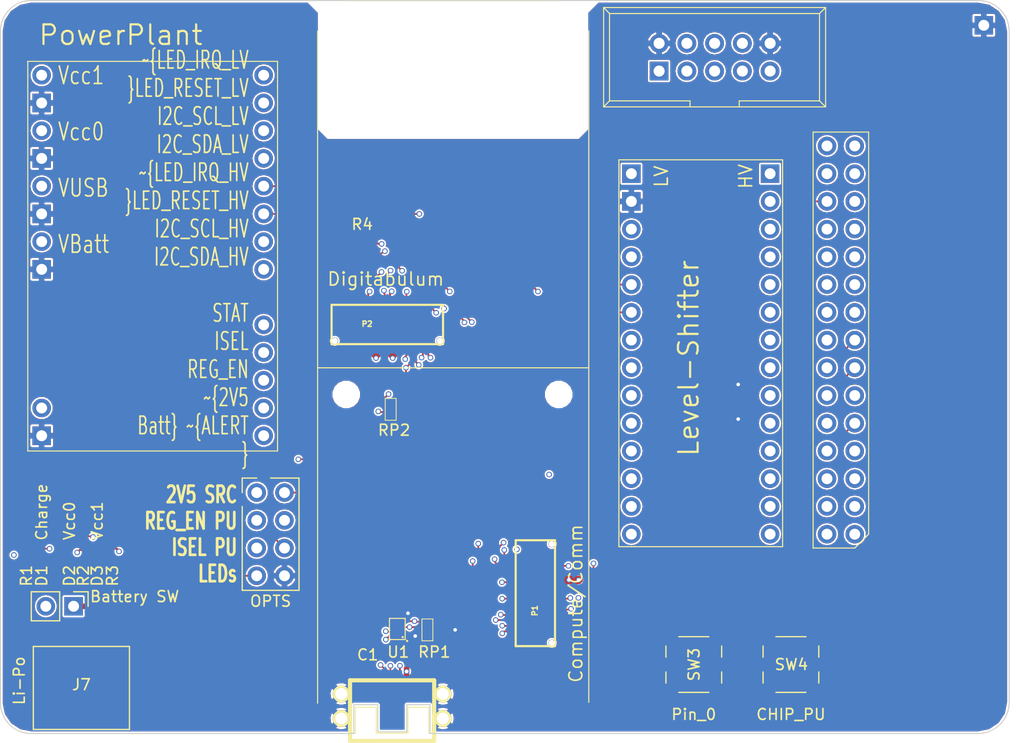
<source format=kicad_pcb>
(kicad_pcb (version 4) (host pcbnew 4.0.6)
  (layers (0 F.Cu signal) (1 Inner1.Cu signal hide) (2 Inner2.Cu signal hide) (31 B.Cu signal hide) (34 B.Paste user) (35 F.Paste user) (36 B.SilkS user) (37 F.SilkS user) (38 B.Mask user) (39 F.Mask user) (44 Edge.Cuts user))
  (net 0 "")
  (net 1 /Vbatt)
  (net 2 /~LED_INT)
  (net 3 /VCCUSB)
  (net 4 GND)
  (net 5 /VCC1)
  (net 6 /VCC0)
  (net 7 /Vlipo)
  (net 8 /I2C_SDA_LV)
  (net 9 /I2C_SCL_LV)
  (net 10 "Net-(CON1-Pad4)")
  (net 11 "Net-(CON1-Pad3)")
  (net 12 "Net-(CON1-Pad2)")
  (net 13 /USB_D+)
  (net 14 /USB_D-)
  (net 15 "Net-(D1-Pad2)")
  (net 16 /TMS)
  (net 17 /TCK)
  (net 18 /TDO)
  (net 19 /TDI)
  (net 20 "Net-(D2-Pad2)")
  (net 21 "Net-(D3-Pad2)")
  (net 22 /PMU_STAT)
  (net 23 /ALERT)
  (net 24 /~SHUTDOWN)
  (net 25 /ISEL)
  (net 26 /I2C_SDA)
  (net 27 /I2C_SCL)
  (net 28 /~LED_RESET_HV)
  (net 29 /~LED_INT_HV)
  (net 30 /~LED_RESET)
  (net 31 /IRQ_WAKEUP)
  (net 32 /SPI1_MISO)
  (net 33 /SPI1_MOSI)
  (net 34 /SPI1_CLK)
  (net 35 /SPI2_MOSI)
  (net 36 /SPI2_CS)
  (net 37 /SPI2_CLK)
  (net 38 /~CPLD_RESET)
  (net 39 /CPLD_OE)
  (net 40 /CPLD_EXT_CLK)
  (net 41 /SPI1_CS_0)
  (net 42 /~REQ)
  (net 43 "Net-(J6-Pad3)")
  (net 44 "Net-(J6-Pad4)")
  (net 45 "Net-(J6-Pad5)")
  (net 46 "Net-(J6-Pad6)")
  (net 47 "Net-(J6-Pad7)")
  (net 48 "Net-(J6-Pad8)")
  (net 49 "Net-(J6-Pad9)")
  (net 50 "Net-(J6-Pad10)")
  (net 51 "Net-(J6-Pad11)")
  (net 52 "Net-(J6-Pad12)")
  (net 53 "Net-(J6-Pad13)")
  (net 54 "Net-(J6-Pad14)")
  (net 55 /PIN_0)
  (net 56 /CHIP_PU)
  (net 57 /LED_GND)
  (net 58 /~2V5)
  (net 59 "Net-(J9-Pad3)")
  (net 60 "Net-(J9-Pad5)")
  (net 61 "Net-(J9-Pad7)")
  (net 62 "Net-(J9-Pad9)")
  (net 63 "Net-(J9-Pad11)")
  (net 64 "Net-(J9-Pad13)")
  (net 65 "Net-(J10-Pad1)")
  (net 66 /CPLD_GPIO_0)
  (net 67 "Net-(J9-Pad1)")
  (net 68 "Net-(J9-Pad15)")
  (net 69 "Net-(J9-Pad17)")
  (net 70 "Net-(J9-Pad19)")
  (net 71 "Net-(J9-Pad21)")
  (net 72 "Net-(J9-Pad23)")
  (net 73 "Net-(J9-Pad25)")
  (net 74 "Net-(J9-Pad27)")
  (net 75 "Net-(J9-Pad29)")
  (net 76 "Net-(J11-Pad4)")
  (net 77 "Net-(J11-Pad6)")
  (module Connect:IDC_Header_Straight_10pins (layer F.Cu) (at 76.835 24.384)
    (fp_text reference J8 hide)
    (fp_text value CONN_02X05 hide)
    (pad 1 thru_hole rect (at 0 0) (size 1.7272 1.7272) (drill 1.016) (layers *.Cu *.Mask) (net 17 /TCK))
    (pad 2 thru_hole oval (at 0 -2.54) (size 1.7272 1.7272) (drill 1.016) (layers *.Cu *.Mask) (net 4 GND))
    (pad 3 thru_hole oval (at 2.54 0) (size 1.7272 1.7272) (drill 1.016) (layers *.Cu *.Mask) (net 18 /TDO))
    (pad 4 thru_hole oval (at 2.54 -2.54) (size 1.7272 1.7272) (drill 1.016) (layers *.Cu *.Mask) (net 5 /VCC1))
    (pad 5 thru_hole oval (at 5.08 0) (size 1.7272 1.7272) (drill 1.016) (layers *.Cu *.Mask) (net 16 /TMS))
    (pad 6 thru_hole oval (at 5.08 -2.54) (size 1.7272 1.7272) (drill 1.016) (layers *.Cu *.Mask))
    (pad 7 thru_hole oval (at 7.62 0) (size 1.7272 1.7272) (drill 1.016) (layers *.Cu *.Mask))
    (pad 8 thru_hole oval (at 7.62 -2.54) (size 1.7272 1.7272) (drill 1.016) (layers *.Cu *.Mask))
    (pad 9 thru_hole oval (at 10.16 0) (size 1.7272 1.7272) (drill 1.016) (layers *.Cu *.Mask) (net 19 /TDI))
    (pad 10 thru_hole oval (at 10.16 -2.54) (size 1.7272 1.7272) (drill 1.016) (layers *.Cu *.Mask) (net 4 GND))
  )
  (module Pin_Headers:Pin_Header_Straight_2x15_Pitch2.54mm (layer F.Cu) (at 94.742 66.802 180)
    (fp_text reference J9 hide)
    (fp_text value CONN_02X15)
    (pad 1 thru_hole circle (at 0 0 180) (size 1.7 1.7) (drill 1) (layers *.Cu *.Mask) (net 67 "Net-(J9-Pad1)"))
    (pad 2 thru_hole oval (at 2.54 0 180) (size 1.7 1.7) (drill 1) (layers *.Cu *.Mask) (net 54 "Net-(J6-Pad14)"))
    (pad 3 thru_hole oval (at 0 2.54 180) (size 1.7 1.7) (drill 1) (layers *.Cu *.Mask) (net 59 "Net-(J9-Pad3)"))
    (pad 4 thru_hole oval (at 2.54 2.54 180) (size 1.7 1.7) (drill 1) (layers *.Cu *.Mask) (net 53 "Net-(J6-Pad13)"))
    (pad 5 thru_hole oval (at 0 5.08 180) (size 1.7 1.7) (drill 1) (layers *.Cu *.Mask) (net 60 "Net-(J9-Pad5)"))
    (pad 6 thru_hole oval (at 2.54 5.08 180) (size 1.7 1.7) (drill 1) (layers *.Cu *.Mask) (net 52 "Net-(J6-Pad12)"))
    (pad 7 thru_hole oval (at 0 7.62 180) (size 1.7 1.7) (drill 1) (layers *.Cu *.Mask) (net 61 "Net-(J9-Pad7)"))
    (pad 8 thru_hole oval (at 2.54 7.62 180) (size 1.7 1.7) (drill 1) (layers *.Cu *.Mask) (net 51 "Net-(J6-Pad11)"))
    (pad 9 thru_hole oval (at 0 10.16 180) (size 1.7 1.7) (drill 1) (layers *.Cu *.Mask) (net 62 "Net-(J9-Pad9)"))
    (pad 10 thru_hole oval (at 2.54 10.16 180) (size 1.7 1.7) (drill 1) (layers *.Cu *.Mask) (net 50 "Net-(J6-Pad10)"))
    (pad 11 thru_hole oval (at 0 12.7 180) (size 1.7 1.7) (drill 1) (layers *.Cu *.Mask) (net 63 "Net-(J9-Pad11)"))
    (pad 12 thru_hole oval (at 2.54 12.7 180) (size 1.7 1.7) (drill 1) (layers *.Cu *.Mask) (net 49 "Net-(J6-Pad9)"))
    (pad 13 thru_hole oval (at 0 15.24 180) (size 1.7 1.7) (drill 1) (layers *.Cu *.Mask) (net 64 "Net-(J9-Pad13)"))
    (pad 14 thru_hole oval (at 2.54 15.24 180) (size 1.7 1.7) (drill 1) (layers *.Cu *.Mask) (net 48 "Net-(J6-Pad8)"))
    (pad 15 thru_hole oval (at 0 17.78 180) (size 1.7 1.7) (drill 1) (layers *.Cu *.Mask) (net 68 "Net-(J9-Pad15)"))
    (pad 16 thru_hole oval (at 2.54 17.78 180) (size 1.7 1.7) (drill 1) (layers *.Cu *.Mask) (net 47 "Net-(J6-Pad7)"))
    (pad 17 thru_hole oval (at 0 20.32 180) (size 1.7 1.7) (drill 1) (layers *.Cu *.Mask) (net 69 "Net-(J9-Pad17)"))
    (pad 18 thru_hole oval (at 2.54 20.32 180) (size 1.7 1.7) (drill 1) (layers *.Cu *.Mask) (net 46 "Net-(J6-Pad6)"))
    (pad 19 thru_hole oval (at 0 22.86 180) (size 1.7 1.7) (drill 1) (layers *.Cu *.Mask) (net 70 "Net-(J9-Pad19)"))
    (pad 20 thru_hole oval (at 2.54 22.86 180) (size 1.7 1.7) (drill 1) (layers *.Cu *.Mask) (net 45 "Net-(J6-Pad5)"))
    (pad 21 thru_hole oval (at 0 25.4 180) (size 1.7 1.7) (drill 1) (layers *.Cu *.Mask) (net 71 "Net-(J9-Pad21)"))
    (pad 22 thru_hole oval (at 2.54 25.4 180) (size 1.7 1.7) (drill 1) (layers *.Cu *.Mask) (net 44 "Net-(J6-Pad4)"))
    (pad 23 thru_hole oval (at 0 27.94 180) (size 1.7 1.7) (drill 1) (layers *.Cu *.Mask) (net 72 "Net-(J9-Pad23)"))
    (pad 24 thru_hole oval (at 2.54 27.94 180) (size 1.7 1.7) (drill 1) (layers *.Cu *.Mask) (net 43 "Net-(J6-Pad3)"))
    (pad 25 thru_hole oval (at 0 30.48 180) (size 1.7 1.7) (drill 1) (layers *.Cu *.Mask) (net 73 "Net-(J9-Pad25)"))
    (pad 26 thru_hole oval (at 2.54 30.48 180) (size 1.7 1.7) (drill 1) (layers *.Cu *.Mask) (net 29 /~LED_INT_HV))
    (pad 27 thru_hole oval (at 0 33.02 180) (size 1.7 1.7) (drill 1) (layers *.Cu *.Mask) (net 74 "Net-(J9-Pad27)"))
    (pad 28 thru_hole oval (at 2.54 33.02 180) (size 1.7 1.7) (drill 1) (layers *.Cu *.Mask) (net 28 /~LED_RESET_HV))
    (pad 29 thru_hole oval (at 0 35.56 180) (size 1.7 1.7) (drill 1) (layers *.Cu *.Mask) (net 75 "Net-(J9-Pad29)"))
    (pad 30 thru_hole oval (at 2.54 35.56 180) (size 1.7 1.7) (drill 1) (layers *.Cu *.Mask) (net 23 /ALERT))
  )
  (module Pin_Headers:Pin_Header_Straight_2x04_Pitch2.54mm (layer F.Cu) (at 40.005 62.992)
    (fp_text reference J11)
    (fp_text value OPTS (at 1.27 9.95) (layer F.SilkS))
    (pad 1 thru_hole circle (at 0 0) (size 1.7 1.7) (drill 1) (layers *.Cu *.Mask) (net 66 /CPLD_GPIO_0))
    (pad 2 thru_hole oval (at 2.54 0) (size 1.7 1.7) (drill 1) (layers *.Cu *.Mask) (net 58 /~2V5))
    (pad 3 thru_hole oval (at 0 2.54) (size 1.7 1.7) (drill 1) (layers *.Cu *.Mask) (net 24 /~SHUTDOWN))
    (pad 4 thru_hole oval (at 2.54 2.54) (size 1.7 1.7) (drill 1) (layers *.Cu *.Mask) (net 76 "Net-(J11-Pad4)"))
    (pad 5 thru_hole oval (at 0 5.08) (size 1.7 1.7) (drill 1) (layers *.Cu *.Mask) (net 25 /ISEL))
    (pad 6 thru_hole oval (at 2.54 5.08) (size 1.7 1.7) (drill 1) (layers *.Cu *.Mask) (net 77 "Net-(J11-Pad6)"))
    (pad 7 thru_hole oval (at 0 7.62) (size 1.7 1.7) (drill 1) (layers *.Cu *.Mask) (net 57 /LED_GND))
    (pad 8 thru_hole oval (at 2.54 7.62) (size 1.7 1.7) (drill 1) (layers *.Cu *.Mask) (net 4 GND))
  )
  (module Pin_Headers:Pin_Header_Straight_1x01_Pitch2.54mm (layer F.Cu) (at 106.553 20.193)
    (fp_text reference P4 hide)
    (fp_text value CONN_01X01 hide)
    (pad 1 thru_hole rect (at 0 0) (size 1.7 1.7) (drill 1) (layers *.Cu *.Mask) (net 4 GND))
  )
  (module Pin_Headers:Pin_Header_Straight_1x02_Pitch2.54mm (layer F.Cu) (at 20.32 55.245)
    (fp_text reference J4 hide)
    (fp_text value CONN_01X02 hide)
    (pad 1 thru_hole circle (at 0 0) (size 1.7 1.7) (drill 1) (layers *.Cu *.Mask) (net 7 /Vlipo))
    (pad 2 thru_hole rect (at 0 2.54) (size 1.7 1.7) (drill 1) (layers *.Cu *.Mask) (net 4 GND))
  )
  (module Pin_Headers:Pin_Header_Straight_1x05_Pitch2.54mm (layer F.Cu) (at 40.64 57.785 180)
    (fp_text reference J1 hide)
    (fp_text value CONN_01X05 hide)
    (pad 1 thru_hole circle (at 0 0 180) (size 1.7 1.7) (drill 1) (layers *.Cu *.Mask) (net 23 /ALERT))
    (pad 2 thru_hole oval (at 0 2.54 180) (size 1.7 1.7) (drill 1) (layers *.Cu *.Mask) (net 58 /~2V5))
    (pad 3 thru_hole oval (at 0 5.08 180) (size 1.7 1.7) (drill 1) (layers *.Cu *.Mask) (net 24 /~SHUTDOWN))
    (pad 4 thru_hole oval (at 0 7.62 180) (size 1.7 1.7) (drill 1) (layers *.Cu *.Mask) (net 25 /ISEL))
    (pad 5 thru_hole oval (at 0 10.16 180) (size 1.7 1.7) (drill 1) (layers *.Cu *.Mask) (net 22 /PMU_STAT))
  )
  (module Pin_Headers:Pin_Header_Straight_1x08_Pitch2.54mm (layer F.Cu) (at 40.64 42.545 180)
    (fp_text reference J2 hide)
    (fp_text value CONN_01X08 hide)
    (pad 1 thru_hole circle (at 0 0 180) (size 1.7 1.7) (drill 1) (layers *.Cu *.Mask) (net 26 /I2C_SDA))
    (pad 2 thru_hole oval (at 0 2.54 180) (size 1.7 1.7) (drill 1) (layers *.Cu *.Mask) (net 27 /I2C_SCL))
    (pad 3 thru_hole oval (at 0 5.08 180) (size 1.7 1.7) (drill 1) (layers *.Cu *.Mask) (net 28 /~LED_RESET_HV))
    (pad 4 thru_hole oval (at 0 7.62 180) (size 1.7 1.7) (drill 1) (layers *.Cu *.Mask) (net 29 /~LED_INT_HV))
    (pad 5 thru_hole oval (at 0 10.16 180) (size 1.7 1.7) (drill 1) (layers *.Cu *.Mask) (net 8 /I2C_SDA_LV))
    (pad 6 thru_hole oval (at 0 12.7 180) (size 1.7 1.7) (drill 1) (layers *.Cu *.Mask) (net 9 /I2C_SCL_LV))
    (pad 7 thru_hole oval (at 0 15.24 180) (size 1.7 1.7) (drill 1) (layers *.Cu *.Mask) (net 30 /~LED_RESET))
    (pad 8 thru_hole oval (at 0 17.78 180) (size 1.7 1.7) (drill 1) (layers *.Cu *.Mask) (net 2 /~LED_INT))
  )
  (module Pin_Headers:Pin_Header_Straight_1x08_Pitch2.54mm (layer F.Cu) (at 20.32 24.765)
    (fp_text reference J5 hide)
    (fp_text value CONN_01X08 hide)
    (pad 1 thru_hole circle (at 0 0) (size 1.7 1.7) (drill 1) (layers *.Cu *.Mask) (net 5 /VCC1))
    (pad 2 thru_hole rect (at 0 2.54) (size 1.7 1.7) (drill 1) (layers *.Cu *.Mask) (net 4 GND))
    (pad 3 thru_hole oval (at 0 5.08) (size 1.7 1.7) (drill 1) (layers *.Cu *.Mask) (net 6 /VCC0))
    (pad 4 thru_hole rect (at 0 7.62) (size 1.7 1.7) (drill 1) (layers *.Cu *.Mask) (net 4 GND))
    (pad 5 thru_hole oval (at 0 10.16) (size 1.7 1.7) (drill 1) (layers *.Cu *.Mask) (net 3 /VCCUSB))
    (pad 6 thru_hole rect (at 0 12.7) (size 1.7 1.7) (drill 1) (layers *.Cu *.Mask) (net 4 GND))
    (pad 7 thru_hole oval (at 0 15.24) (size 1.7 1.7) (drill 1) (layers *.Cu *.Mask) (net 1 /Vbatt))
    (pad 8 thru_hole rect (at 0 17.78) (size 1.7 1.7) (drill 1) (layers *.Cu *.Mask) (net 4 GND))
  )
  (module Pin_Headers:Pin_Header_Straight_1x14_Pitch2.54mm (layer F.Cu) (at 74.295 33.782)
    (fp_text reference J3 hide)
    (fp_text value CONN_01X14 hide)
    (pad 1 thru_hole rect (at 0 0) (size 1.7 1.7) (drill 1) (layers *.Cu *.Mask) (net 5 /VCC1))
    (pad 2 thru_hole rect (at 0 2.54) (size 1.7 1.7) (drill 1) (layers *.Cu *.Mask) (net 4 GND))
    (pad 3 thru_hole oval (at 0 5.08) (size 1.7 1.7) (drill 1) (layers *.Cu *.Mask) (net 42 /~REQ))
    (pad 4 thru_hole oval (at 0 7.62) (size 1.7 1.7) (drill 1) (layers *.Cu *.Mask) (net 41 /SPI1_CS_0))
    (pad 5 thru_hole oval (at 0 10.16) (size 1.7 1.7) (drill 1) (layers *.Cu *.Mask) (net 40 /CPLD_EXT_CLK))
    (pad 6 thru_hole oval (at 0 12.7) (size 1.7 1.7) (drill 1) (layers *.Cu *.Mask) (net 39 /CPLD_OE))
    (pad 7 thru_hole oval (at 0 15.24) (size 1.7 1.7) (drill 1) (layers *.Cu *.Mask) (net 38 /~CPLD_RESET))
    (pad 8 thru_hole oval (at 0 17.78) (size 1.7 1.7) (drill 1) (layers *.Cu *.Mask) (net 37 /SPI2_CLK))
    (pad 9 thru_hole oval (at 0 20.32) (size 1.7 1.7) (drill 1) (layers *.Cu *.Mask) (net 36 /SPI2_CS))
    (pad 10 thru_hole oval (at 0 22.86) (size 1.7 1.7) (drill 1) (layers *.Cu *.Mask) (net 35 /SPI2_MOSI))
    (pad 11 thru_hole oval (at 0 25.4) (size 1.7 1.7) (drill 1) (layers *.Cu *.Mask) (net 34 /SPI1_CLK))
    (pad 12 thru_hole oval (at 0 27.94) (size 1.7 1.7) (drill 1) (layers *.Cu *.Mask) (net 33 /SPI1_MOSI))
    (pad 13 thru_hole oval (at 0 30.48) (size 1.7 1.7) (drill 1) (layers *.Cu *.Mask) (net 32 /SPI1_MISO))
    (pad 14 thru_hole oval (at 0 33.02) (size 1.7 1.7) (drill 1) (layers *.Cu *.Mask) (net 31 /IRQ_WAKEUP))
  )
  (module Pin_Headers:Pin_Header_Straight_1x14_Pitch2.54mm (layer F.Cu) (at 86.995 33.782)
    (fp_text reference J6 hide)
    (fp_text value CONN_01X14 hide)
    (pad 1 thru_hole rect (at 0 0) (size 1.7 1.7) (drill 1) (layers *.Cu *.Mask) (net 6 /VCC0))
    (pad 2 thru_hole oval (at 0 2.54) (size 1.7 1.7) (drill 1) (layers *.Cu *.Mask) (net 24 /~SHUTDOWN))
    (pad 3 thru_hole oval (at 0 5.08) (size 1.7 1.7) (drill 1) (layers *.Cu *.Mask) (net 43 "Net-(J6-Pad3)"))
    (pad 4 thru_hole oval (at 0 7.62) (size 1.7 1.7) (drill 1) (layers *.Cu *.Mask) (net 44 "Net-(J6-Pad4)"))
    (pad 5 thru_hole oval (at 0 10.16) (size 1.7 1.7) (drill 1) (layers *.Cu *.Mask) (net 45 "Net-(J6-Pad5)"))
    (pad 6 thru_hole oval (at 0 12.7) (size 1.7 1.7) (drill 1) (layers *.Cu *.Mask) (net 46 "Net-(J6-Pad6)"))
    (pad 7 thru_hole oval (at 0 15.24) (size 1.7 1.7) (drill 1) (layers *.Cu *.Mask) (net 47 "Net-(J6-Pad7)"))
    (pad 8 thru_hole oval (at 0 17.78) (size 1.7 1.7) (drill 1) (layers *.Cu *.Mask) (net 48 "Net-(J6-Pad8)"))
    (pad 9 thru_hole oval (at 0 20.32) (size 1.7 1.7) (drill 1) (layers *.Cu *.Mask) (net 49 "Net-(J6-Pad9)"))
    (pad 10 thru_hole oval (at 0 22.86) (size 1.7 1.7) (drill 1) (layers *.Cu *.Mask) (net 50 "Net-(J6-Pad10)"))
    (pad 11 thru_hole oval (at 0 25.4) (size 1.7 1.7) (drill 1) (layers *.Cu *.Mask) (net 51 "Net-(J6-Pad11)"))
    (pad 12 thru_hole oval (at 0 27.94) (size 1.7 1.7) (drill 1) (layers *.Cu *.Mask) (net 52 "Net-(J6-Pad12)"))
    (pad 13 thru_hole oval (at 0 30.48) (size 1.7 1.7) (drill 1) (layers *.Cu *.Mask) (net 53 "Net-(J6-Pad13)"))
    (pad 14 thru_hole oval (at 0 33.02) (size 1.7 1.7) (drill 1) (layers *.Cu *.Mask) (net 54 "Net-(J6-Pad14)"))
  )
  (module manuvr_logo:ManuvrLogo (layer F.Cu) (at 37.211 77.343 305)
    (fp_text reference P3 hide)
    (fp_text value CONN_01X01 hide)
    (fp_poly (pts (xy 2.51714 1.10998) (xy 2.51714 1.26492) (xy 2.5019 1.41986) (xy 2.47396 1.57226) (xy 2.43332 1.72212) (xy 2.38252 1.86436) (xy 2.3241 1.99136) (xy 2.25298 2.11582) (xy 2.17678 2.23266) (xy 2.08788 2.34442) (xy 2.00914 2.42824) (xy 1.94564 2.4892) (xy 1.94564 1.13792) (xy 1.93802 1.01854) (xy 1.92278 0.9271) (xy 1.88722 0.79756) (xy 1.8415 0.67818) (xy 1.78562 0.56134) (xy 1.71704 0.45466) (xy 1.6383 0.35306) (xy 1.5494 0.26416) (xy 1.45034 0.18034) (xy 1.34366 0.10922) (xy 1.22936 0.0508) (xy 1.10998 0.00254) (xy 1.10236 0) (xy 1.04394 -0.01778) (xy 0.99568 -0.03048) (xy 0.94742 -0.04318) (xy 0.9017 -0.04826) (xy 0.85344 -0.05334) (xy 0.8001 -0.05588) (xy 0.7366 -0.05842) (xy 0.70866 -0.05842) (xy 0.64008 -0.05842) (xy 0.58166 -0.05588) (xy 0.53086 -0.0508) (xy 0.48514 -0.04572) (xy 0.43942 -0.03556) (xy 0.39116 -0.02286) (xy 0.33782 -0.00508) (xy 0.31496 0) (xy 0.19304 0.04826) (xy 0.0762 0.10668) (xy -0.02794 0.1778) (xy -0.12446 0.25654) (xy -0.21336 0.34798) (xy -0.29464 0.44704) (xy -0.36322 0.55372) (xy -0.4191 0.66802) (xy -0.46736 0.7874) (xy -0.50038 0.9144) (xy -0.5207 1.03886) (xy -0.52578 1.09474) (xy -0.52832 1.16078) (xy -0.52578 1.2319) (xy -0.5207 1.30048) (xy -0.51308 1.36398) (xy -0.508 1.40462) (xy -0.47498 1.53416) (xy -0.42926 1.65608) (xy -0.37338 1.77292) (xy -0.3048 1.88214) (xy -0.22606 1.9812) (xy -0.13716 2.07518) (xy -0.04064 2.15646) (xy 0.0635 2.23012) (xy 0.1778 2.29108) (xy 0.29972 2.34188) (xy 0.32004 2.34696) (xy 0.4445 2.38252) (xy 0.5715 2.40284) (xy 0.70104 2.41046) (xy 0.83312 2.40284) (xy 0.9271 2.39014) (xy 1.05156 2.3622) (xy 1.17348 2.32156) (xy 1.28778 2.26568) (xy 1.397 2.20218) (xy 1.4986 2.12598) (xy 1.59258 2.03962) (xy 1.6764 1.9431) (xy 1.75006 1.83896) (xy 1.8161 1.7272) (xy 1.8669 1.6129) (xy 1.90246 1.50114) (xy 1.92786 1.3843) (xy 1.9431 1.26238) (xy 1.94564 1.13792) (xy 1.94564 2.4892) (xy 1.8923 2.54) (xy 1.76784 2.63906) (xy 1.63576 2.72542) (xy 1.49606 2.80162) (xy 1.34874 2.86512) (xy 1.19634 2.91592) (xy 1.18364 2.91846) (xy 1.08712 2.94132) (xy 0.98552 2.9591) (xy 0.87884 2.9718) (xy 0.7747 2.97942) (xy 0.6731 2.98196) (xy 0.58928 2.97942) (xy 0.42418 2.9591) (xy 0.26416 2.92608) (xy 0.11176 2.88036) (xy -0.03302 2.82194) (xy -0.17526 2.75082) (xy -0.30734 2.667) (xy -0.43688 2.57302) (xy -0.45466 2.55778) (xy -0.5715 2.4511) (xy -0.67818 2.33426) (xy -0.77216 2.2098) (xy -0.85598 2.07772) (xy -0.92964 1.93802) (xy -0.9906 1.79324) (xy -1.03632 1.64338) (xy -1.07188 1.49098) (xy -1.0922 1.33604) (xy -1.09728 1.24206) (xy -1.09982 1.14046) (xy -1.09474 1.03378) (xy -1.08458 0.93218) (xy -1.06934 0.83566) (xy -1.05918 0.7874) (xy -1.01854 0.63246) (xy -0.9652 0.48514) (xy -0.9017 0.34544) (xy -0.8255 0.21082) (xy -0.7366 0.08382) (xy -0.64008 -0.03048) (xy -0.5334 -0.14224) (xy -0.4191 -0.2413) (xy -0.29464 -0.33274) (xy -0.1651 -0.41148) (xy -0.02794 -0.48006) (xy 0.1143 -0.53594) (xy 0.26416 -0.58166) (xy 0.35052 -0.60198) (xy 0.42672 -0.61468) (xy 0.49276 -0.62484) (xy 0.5588 -0.62992) (xy 0.62738 -0.635) (xy 0.70358 -0.635) (xy 0.7112 -0.635) (xy 0.86614 -0.62992) (xy 1.016 -0.61214) (xy 1.16078 -0.57912) (xy 1.30556 -0.53594) (xy 1.4478 -0.48006) (xy 1.53416 -0.43688) (xy 1.67132 -0.36068) (xy 1.79832 -0.27178) (xy 1.9177 -0.17272) (xy 2.02946 -0.06604) (xy 2.12852 0.0508) (xy 2.21996 0.17526) (xy 2.2987 0.30734) (xy 2.36728 0.4445) (xy 2.42316 0.58928) (xy 2.46634 0.7366) (xy 2.49936 0.889) (xy 2.50698 0.95504) (xy 2.51714 1.10998) (xy 2.51714 1.10998)) (layer F.Cu) (width 0.00254))
    (fp_poly (pts (xy -1.45288 0.77978) (xy -1.46304 0.83566) (xy -1.47574 0.92456) (xy -1.48336 1.02362) (xy -1.4859 1.12776) (xy -1.4859 1.2319) (xy -1.48082 1.33604) (xy -1.4732 1.43256) (xy -1.46558 1.48336) (xy -1.4605 1.51892) (xy -1.45796 1.5494) (xy -1.45542 1.56972) (xy -1.45288 1.58242) (xy -1.45288 1.58242) (xy -1.45796 1.57988) (xy -1.4732 1.56464) (xy -1.49606 1.54178) (xy -1.52908 1.5113) (xy -1.56972 1.47066) (xy -1.61544 1.42494) (xy -1.66878 1.3716) (xy -1.7272 1.31318) (xy -1.79324 1.24714) (xy -1.86436 1.17856) (xy -1.93802 1.10236) (xy -2.01676 1.02616) (xy -2.09804 0.94234) (xy -2.18186 0.85852) (xy -2.19456 0.84582) (xy -2.29362 0.74676) (xy -2.38506 0.65532) (xy -2.46634 0.57404) (xy -2.54 0.50038) (xy -2.60604 0.43434) (xy -2.66446 0.37592) (xy -2.71526 0.32512) (xy -2.75844 0.2794) (xy -2.79654 0.2413) (xy -2.82956 0.20574) (xy -2.8575 0.1778) (xy -2.88036 0.15494) (xy -2.89814 0.13462) (xy -2.91338 0.11684) (xy -2.92354 0.10414) (xy -2.9337 0.09144) (xy -2.94132 0.08382) (xy -2.9464 0.0762) (xy -2.94894 0.06858) (xy -2.95148 0.0635) (xy -2.96164 0.0381) (xy -2.96926 0.01778) (xy -2.9718 -0.00254) (xy -2.9718 -0.03302) (xy -2.9718 -0.04826) (xy -2.96926 -0.1016) (xy -2.9591 -0.14732) (xy -2.94132 -0.18796) (xy -2.91338 -0.22606) (xy -2.90068 -0.23876) (xy -2.86004 -0.27686) (xy -2.8194 -0.3048) (xy -2.77368 -0.32258) (xy -2.76098 -0.32766) (xy -2.69748 -0.33528) (xy -2.63652 -0.33274) (xy -2.5781 -0.31242) (xy -2.54762 -0.29972) (xy -2.53746 -0.2921) (xy -2.52222 -0.27686) (xy -2.49682 -0.25654) (xy -2.46634 -0.22606) (xy -2.42824 -0.1905) (xy -2.37998 -0.14478) (xy -2.3241 -0.0889) (xy -2.2606 -0.0254) (xy -2.18694 0.04318) (xy -2.10566 0.12446) (xy -2.01422 0.2159) (xy -1.98374 0.24892) (xy -1.45288 0.77978) (xy -1.45288 0.77978)) (layer F.Cu) (width 0.00254))
    (fp_poly (pts (xy -0.53594 -0.63754) (xy -0.58928 -0.59944) (xy -0.69342 -0.51816) (xy -0.79502 -0.42672) (xy -0.89662 -0.32766) (xy -0.9906 -0.21844) (xy -1.05918 -0.12954) (xy -1.10744 -0.06858) (xy -1.1049 -1.42494) (xy -1.10236 -2.7813) (xy -1.0795 -2.82956) (xy -1.04648 -2.8829) (xy -1.0033 -2.92862) (xy -0.94996 -2.96418) (xy -0.9398 -2.9718) (xy -0.9144 -2.98196) (xy -0.89662 -2.98958) (xy -0.8763 -2.99212) (xy -0.8509 -2.99466) (xy -0.82042 -2.99466) (xy -0.7874 -2.99466) (xy -0.76454 -2.99212) (xy -0.74422 -2.98704) (xy -0.7239 -2.98196) (xy -0.70104 -2.96926) (xy -0.69596 -2.96672) (xy -0.64008 -2.9337) (xy -0.5969 -2.88798) (xy -0.56134 -2.83464) (xy -0.5588 -2.82956) (xy -0.53848 -2.78892) (xy -0.53594 -1.7145) (xy -0.53594 -0.63754) (xy -0.53594 -0.63754)) (layer F.Cu) (width 0.00254))
    (fp_poly (pts (xy 2.50952 -1.4351) (xy 2.50952 -1.27762) (xy 2.50952 -1.18364) (xy 2.50698 -0.09398) (xy 2.4765 -0.13462) (xy 2.40284 -0.2286) (xy 2.31902 -0.32258) (xy 2.22758 -0.41402) (xy 2.1336 -0.50038) (xy 2.03962 -0.57658) (xy 1.96596 -0.63246) (xy 1.93294 -0.65532) (xy 1.93294 -1.47066) (xy 1.93294 -1.6002) (xy 1.93294 -1.7145) (xy 1.93294 -1.8161) (xy 1.93294 -1.90754) (xy 1.93294 -1.98628) (xy 1.93294 -2.05486) (xy 1.93294 -2.11582) (xy 1.93548 -2.16662) (xy 1.93548 -2.2098) (xy 1.93548 -2.2479) (xy 1.93802 -2.27838) (xy 1.94056 -2.30378) (xy 1.9431 -2.3241) (xy 1.94564 -2.34188) (xy 1.94818 -2.35458) (xy 1.95326 -2.36728) (xy 1.9558 -2.37744) (xy 1.96088 -2.3876) (xy 1.9685 -2.39776) (xy 1.97358 -2.40538) (xy 2.00406 -2.45364) (xy 2.04724 -2.49174) (xy 2.09804 -2.52222) (xy 2.15392 -2.54254) (xy 2.2098 -2.55016) (xy 2.26314 -2.54762) (xy 2.32664 -2.52984) (xy 2.37998 -2.49936) (xy 2.42824 -2.46126) (xy 2.46634 -2.413) (xy 2.49174 -2.35712) (xy 2.50444 -2.31394) (xy 2.50444 -2.30124) (xy 2.50444 -2.2733) (xy 2.50698 -2.23266) (xy 2.50698 -2.17932) (xy 2.50698 -2.11074) (xy 2.50952 -2.02946) (xy 2.50952 -1.93548) (xy 2.50952 -1.8288) (xy 2.50952 -1.70942) (xy 2.50952 -1.57734) (xy 2.50952 -1.4351) (xy 2.50952 -1.4351)) (layer F.Cu) (width 0.00254))
    (fp_poly (pts (xy 1.5494 -1.41986) (xy 1.5494 -1.3208) (xy 1.5494 -1.2319) (xy 1.5494 -1.14808) (xy 1.5494 -1.07442) (xy 1.5494 -1.01092) (xy 1.54686 -0.95758) (xy 1.54686 -0.9144) (xy 1.54686 -0.88392) (xy 1.54686 -0.86614) (xy 1.54686 -0.86106) (xy 1.5367 -0.8636) (xy 1.52908 -0.86614) (xy 1.51892 -0.87122) (xy 1.4986 -0.87884) (xy 1.46812 -0.889) (xy 1.4351 -0.9017) (xy 1.42494 -0.90424) (xy 1.33858 -0.93218) (xy 1.24714 -0.95758) (xy 1.15316 -0.98044) (xy 1.0668 -0.99568) (xy 1.05156 -0.99822) (xy 0.97282 -1.01092) (xy 0.97536 -1.93802) (xy 0.97536 -2.86766) (xy 0.99314 -2.90576) (xy 1.02362 -2.96418) (xy 1.06172 -3.01244) (xy 1.10998 -3.048) (xy 1.16586 -3.0734) (xy 1.22682 -3.08864) (xy 1.26238 -3.09118) (xy 1.32588 -3.08356) (xy 1.3843 -3.06324) (xy 1.4351 -3.03276) (xy 1.48082 -2.99212) (xy 1.51638 -2.93878) (xy 1.53162 -2.9083) (xy 1.54686 -2.86766) (xy 1.5494 -1.86436) (xy 1.5494 -1.74498) (xy 1.5494 -1.63068) (xy 1.5494 -1.52146) (xy 1.5494 -1.41986) (xy 1.5494 -1.41986)) (layer F.Cu) (width 0.00254))
    (fp_poly (pts (xy 0.56388 -1.02362) (xy 0.52324 -1.01854) (xy 0.4064 -1.0033) (xy 0.29972 -0.98552) (xy 0.20066 -0.9652) (xy 0.10414 -0.9398) (xy 0.1016 -0.9398) (xy 0.06604 -0.92964) (xy 0.0381 -0.91948) (xy 0.0127 -0.9144) (xy 0 -0.91186) (xy -0.0127 -0.90678) (xy -0.0127 -1.99136) (xy -0.0127 -2.15138) (xy -0.0127 -2.2987) (xy -0.0127 -2.43586) (xy -0.0127 -2.56032) (xy -0.0127 -2.67462) (xy -0.01016 -2.77368) (xy -0.01016 -2.86258) (xy -0.01016 -2.93878) (xy -0.01016 -2.99974) (xy -0.00762 -3.048) (xy -0.00762 -3.08356) (xy -0.00762 -3.10388) (xy -0.00508 -3.1115) (xy 0.01016 -3.16992) (xy 0.0381 -3.22072) (xy 0.0762 -3.26644) (xy 0.12192 -3.302) (xy 0.17526 -3.32994) (xy 0.23114 -3.34518) (xy 0.28956 -3.34772) (xy 0.32258 -3.34264) (xy 0.38354 -3.32486) (xy 0.43942 -3.29438) (xy 0.48514 -3.25374) (xy 0.52324 -3.20294) (xy 0.53848 -3.175) (xy 0.5588 -3.12674) (xy 0.56134 -2.07518) (xy 0.56388 -1.02362) (xy 0.56388 -1.02362)) (layer F.Cu) (width 0.00254))
    (fp_poly (pts (xy 1.54432 1.17094) (xy 1.5367 1.27762) (xy 1.51892 1.38176) (xy 1.4859 1.47828) (xy 1.44272 1.57226) (xy 1.38938 1.65608) (xy 1.32588 1.73482) (xy 1.25222 1.80594) (xy 1.17348 1.8669) (xy 1.08458 1.9177) (xy 0.9906 1.95834) (xy 0.889 1.98628) (xy 0.78232 2.00152) (xy 0.73914 2.00406) (xy 0.70612 2.0066) (xy 0.6731 2.0066) (xy 0.6477 2.0066) (xy 0.63754 2.00406) (xy 0.52832 1.98628) (xy 0.42672 1.9558) (xy 0.3302 1.91516) (xy 0.2413 1.86436) (xy 0.16002 1.80086) (xy 0.0889 1.73228) (xy 0.0254 1.65354) (xy -0.0254 1.56718) (xy -0.06858 1.47574) (xy -0.09906 1.37668) (xy -0.11938 1.27508) (xy -0.12446 1.1684) (xy -0.12446 1.12776) (xy -0.11176 1.02108) (xy -0.08636 0.91948) (xy -0.04826 0.82042) (xy 0 0.72898) (xy 0.05842 0.64516) (xy 0.12954 0.56896) (xy 0.21082 0.50292) (xy 0.29718 0.4445) (xy 0.39624 0.39878) (xy 0.45212 0.37592) (xy 0.51054 0.36068) (xy 0.56388 0.34798) (xy 0.61976 0.34036) (xy 0.68072 0.33782) (xy 0.74676 0.34036) (xy 0.8255 0.34544) (xy 0.89916 0.35814) (xy 0.96774 0.37592) (xy 1.03632 0.40386) (xy 1.06172 0.41402) (xy 1.15824 0.46736) (xy 1.2446 0.53086) (xy 1.3208 0.60452) (xy 1.38684 0.68326) (xy 1.44272 0.77216) (xy 1.48844 0.86614) (xy 1.51892 0.9652) (xy 1.53924 1.06934) (xy 1.54432 1.17094) (xy 1.54432 1.17094)) (layer F.Cu) (width 0.00254))
  )
  (module iansModules:USB_ZX62WRD-B-5PC (layer F.Cu) (at 52.397 84.785 90)
    (fp_text reference CON1 hide)
    (fp_text value USB-MICRO-B hide)
    (pad 5 smd rect (at 3.44932 -1.3 90) (size 1.3 0.4) (layers F.Cu F.Paste F.Mask) (net 4 GND))
    (pad 4 smd rect (at 3.44932 -0.65 90) (size 1.3 0.4) (layers F.Cu F.Paste F.Mask) (net 10 "Net-(CON1-Pad4)"))
    (pad 3 smd rect (at 3.44932 0 90) (size 1.3 0.4) (layers F.Cu F.Paste F.Mask) (net 11 "Net-(CON1-Pad3)"))
    (pad 2 smd rect (at 3.44932 0.65 90) (size 1.3 0.4) (layers F.Cu F.Paste F.Mask) (net 12 "Net-(CON1-Pad2)"))
    (pad 1 smd rect (at 3.44932 1.3 90) (size 1.3 0.4) (layers F.Cu F.Paste F.Mask) (net 3 /VCCUSB))
    (pad G0 smd rect (at 3.34932 -3.05 90) (size 1.1 2.15) (layers F.Cu F.Paste F.Mask) (net 4 GND))
    (pad G2 smd rect (at 1.24932 0 90) (size 2 1.59) (layers F.Cu F.Paste F.Mask) (net 4 GND))
    (pad G1 smd rect (at 3.34932 3.05 90) (size 1.1 2.15) (layers F.Cu F.Paste F.Mask) (net 4 GND))
    (pad G3 thru_hole circle (at 3.34932 -4.65 180) (size 1.55 1.55) (drill 1.1) (layers *.Cu *.Mask F.SilkS) (net 4 GND))
    (pad G5 thru_hole circle (at 3.34932 4.65 180) (size 1.55 1.55) (drill 1.1) (layers *.Cu *.Mask F.SilkS) (net 4 GND))
    (pad G4 thru_hole circle (at 1.09932 -4.65 180) (size 1.55 1.55) (drill 1.1) (layers *.Cu *.Mask F.SilkS) (net 4 GND))
    (pad G6 thru_hole circle (at 1.09932 4.65 180) (size 1.55 1.55) (drill 1.1) (layers *.Cu *.Mask F.SilkS) (net 4 GND))
  )
  (module r2Parts:RES_4_EXBN8V (layer F.Cu) (at 55.626 75.565 180)
    (fp_text reference RP1 (at -0.635 -2.032 180) (layer F.SilkS))
    (fp_text value 22 hide)
    (pad 1 smd rect (at 0.5 0.75 180) (size 0.4 0.3) (layers F.Cu F.Paste F.Mask) (net 12 "Net-(CON1-Pad2)"))
    (pad 2 smd rect (at 0.5 0.25 180) (size 0.4 0.3) (layers F.Cu F.Paste F.Mask) (net 11 "Net-(CON1-Pad3)"))
    (pad 3 smd rect (at 0.5 -0.25 180) (size 0.4 0.3) (layers F.Cu F.Paste F.Mask) (net 4 GND))
    (pad 4 smd rect (at 0.5 -0.75 180) (size 0.4 0.3) (layers F.Cu F.Paste F.Mask) (net 4 GND))
    (pad 5 smd rect (at -0.5 -0.75 180) (size 0.4 0.3) (layers F.Cu F.Paste F.Mask) (net 4 GND))
    (pad 6 smd rect (at -0.5 -0.25 180) (size 0.4 0.3) (layers F.Cu F.Paste F.Mask) (net 4 GND))
    (pad 7 smd rect (at -0.5 0.25 180) (size 0.4 0.3) (layers F.Cu F.Paste F.Mask) (net 13 /USB_D+))
    (pad 8 smd rect (at -0.5 0.75 180) (size 0.4 0.3) (layers F.Cu F.Paste F.Mask) (net 14 /USB_D-))
  )
  (module r2Parts:FCBGA12 (layer F.Cu) (at 53.594 76.454 180)
    (fp_text reference U1 (at 0.635 -1.143 180) (layer F.SilkS) (effects (font (thickness 0.1524))))
    (fp_text value EMIF02-USB03F2 hide)
    (pad A2 smd circle (at 0.72 0.22 180) (size 0.25 0.25) (layers F.Cu F.Paste F.Mask) (net 4 GND))
    (pad A3 smd circle (at 1.22 0.22 180) (size 0.25 0.25) (layers F.Cu F.Paste F.Mask) (net 10 "Net-(CON1-Pad4)"))
    (pad B1 smd circle (at 0.22 0.72 180) (size 0.25 0.25) (layers F.Cu F.Paste F.Mask))
    (pad C1 smd circle (at 0.22 1.22 180) (size 0.25 0.25) (layers F.Cu F.Paste F.Mask) (net 11 "Net-(CON1-Pad3)"))
    (pad D1 smd circle (at 0.22 1.72 180) (size 0.25 0.25) (layers F.Cu F.Paste F.Mask) (net 12 "Net-(CON1-Pad2)"))
    (pad D3 smd circle (at 1.22 1.72 180) (size 0.25 0.25) (layers F.Cu F.Paste F.Mask) (net 14 /USB_D-))
    (pad C3 smd circle (at 1.22 1.22 180) (size 0.25 0.25) (layers F.Cu F.Paste F.Mask) (net 13 /USB_D+))
    (pad C2 smd circle (at 0.72 1.22 180) (size 0.25 0.25) (layers F.Cu F.Paste F.Mask))
    (pad D2 smd circle (at 0.72 1.72 180) (size 0.25 0.25) (layers F.Cu F.Paste F.Mask) (net 4 GND))
    (pad B3 smd circle (at 1.22 0.72 180) (size 0.25 0.25) (layers F.Cu F.Paste F.Mask) (net 3 /VCCUSB))
    (pad B2 smd circle (at 0.72 0.72 180) (size 0.25 0.25) (layers F.Cu F.Paste F.Mask))
  )
  (module Resistors_SMD:R_0402_NoSilk (layer F.Cu) (at 25.4 68.58 270)
    (fp_text reference D3 (at 2.032 0 270) (layer F.SilkS))
    (fp_text value Vcc1 (at -3 0 270) (layer F.SilkS))
    (pad 1 smd rect (at -0.45 0 270) (size 0.4 0.6) (layers F.Cu F.Paste F.Mask) (net 57 /LED_GND))
    (pad 2 smd rect (at 0.45 0 270) (size 0.4 0.6) (layers F.Cu F.Paste F.Mask) (net 21 "Net-(D3-Pad2)"))
  )
  (module "r2Parts:DF12(3.0)-32DS-0.5V(86)" (layer F.Cu) (at 52.957 47.595 90)
    (fp_text reference P2 (at 0.05 -2.85 180) (layer F.SilkS) (effects (font (size 0.5 0.5) (thickness 0.125))))
    (fp_text value "Sensor Socket" hide)
    (pad "" np_thru_hole circle (at -1.5 3.8 90) (size 0.6 0.6) (drill 0.55) (layers *.Cu))
    (pad "" np_thru_hole circle (at -1.5 -5.8 90) (size 0.6 0.6) (drill 0.55) (layers *.Cu))
    (pad N0 smd rect (at 0 -6.45 90) (size 1.8 0.8) (layers F.Cu F.Paste F.Mask) (net 4 GND))
    (pad N1 smd rect (at 0 4.45 90) (size 1.8 0.8) (layers F.Cu F.Paste F.Mask) (net 4 GND))
    (pad 1 smd rect (at -1.8 -4.75 90) (size 1.6 0.2) (layers F.Cu F.Paste F.Mask) (net 4 GND))
    (pad 2 smd rect (at -1.8 -4.25 90) (size 1.6 0.2) (layers F.Cu F.Paste F.Mask) (net 4 GND))
    (pad 3 smd rect (at -1.8 -3.75 90) (size 1.6 0.2) (layers F.Cu F.Paste F.Mask) (net 4 GND))
    (pad 4 smd rect (at -1.8 -3.25 90) (size 1.6 0.2) (layers F.Cu F.Paste F.Mask) (net 4 GND))
    (pad 5 smd rect (at -1.8 -2.75 90) (size 1.6 0.2) (layers F.Cu F.Paste F.Mask))
    (pad 6 smd rect (at -1.8 -2.25 90) (size 1.6 0.2) (layers F.Cu F.Paste F.Mask) (net 5 /VCC1))
    (pad 7 smd rect (at -1.8 -1.75 90) (size 1.6 0.2) (layers F.Cu F.Paste F.Mask) (net 5 /VCC1))
    (pad 8 smd rect (at -1.8 -1.25 90) (size 1.6 0.2) (layers F.Cu F.Paste F.Mask))
    (pad 9 smd rect (at -1.8 -0.75 90) (size 1.6 0.2) (layers F.Cu F.Paste F.Mask) (net 1 /Vbatt))
    (pad 10 smd rect (at -1.8 -0.25 90) (size 1.6 0.2) (layers F.Cu F.Paste F.Mask) (net 1 /Vbatt))
    (pad 11 smd rect (at -1.8 0.25 90) (size 1.6 0.2) (layers F.Cu F.Paste F.Mask))
    (pad 12 smd rect (at -1.8 0.75 90) (size 1.6 0.2) (layers F.Cu F.Paste F.Mask) (net 42 /~REQ))
    (pad 13 smd rect (at -1.8 1.25 90) (size 1.6 0.2) (layers F.Cu F.Paste F.Mask) (net 2 /~LED_INT))
    (pad 14 smd rect (at -1.8 1.75 90) (size 1.6 0.2) (layers F.Cu F.Paste F.Mask) (net 8 /I2C_SDA_LV))
    (pad 15 smd rect (at -1.8 2.25 90) (size 1.6 0.2) (layers F.Cu F.Paste F.Mask) (net 9 /I2C_SCL_LV))
    (pad 16 smd rect (at -1.8 2.75 90) (size 1.6 0.2) (layers F.Cu F.Paste F.Mask) (net 30 /~LED_RESET))
    (pad 17 smd rect (at 1.8 2.75 270) (size 1.6 0.2) (layers F.Cu F.Paste F.Mask) (net 31 /IRQ_WAKEUP))
    (pad 18 smd rect (at 1.8 2.25 270) (size 1.6 0.2) (layers F.Cu F.Paste F.Mask) (net 32 /SPI1_MISO))
    (pad 19 smd rect (at 1.8 1.75 270) (size 1.6 0.2) (layers F.Cu F.Paste F.Mask) (net 33 /SPI1_MOSI))
    (pad 20 smd rect (at 1.8 1.25 270) (size 1.6 0.2) (layers F.Cu F.Paste F.Mask) (net 34 /SPI1_CLK))
    (pad 21 smd rect (at 1.8 0.75 90) (size 1.6 0.2) (layers F.Cu F.Paste F.Mask) (net 66 /CPLD_GPIO_0))
    (pad 22 smd rect (at 1.8 0.25 90) (size 1.6 0.2) (layers F.Cu F.Paste F.Mask) (net 35 /SPI2_MOSI))
    (pad 23 smd rect (at 1.8 -0.25 90) (size 1.6 0.2) (layers F.Cu F.Paste F.Mask) (net 36 /SPI2_CS))
    (pad 24 smd rect (at 1.8 -0.75 90) (size 1.6 0.2) (layers F.Cu F.Paste F.Mask) (net 37 /SPI2_CLK))
    (pad 25 smd rect (at 1.8 -1.25 90) (size 1.6 0.2) (layers F.Cu F.Paste F.Mask) (net 38 /~CPLD_RESET))
    (pad 26 smd rect (at 1.8 -1.75 90) (size 1.6 0.2) (layers F.Cu F.Paste F.Mask) (net 39 /CPLD_OE))
    (pad 27 smd rect (at 1.8 -2.25 90) (size 1.6 0.2) (layers F.Cu F.Paste F.Mask) (net 16 /TMS))
    (pad 28 smd rect (at 1.8 -2.75 90) (size 1.6 0.2) (layers F.Cu F.Paste F.Mask) (net 17 /TCK))
    (pad 29 smd rect (at 1.8 -3.25 90) (size 1.6 0.2) (layers F.Cu F.Paste F.Mask) (net 18 /TDO))
    (pad 30 smd rect (at 1.8 -3.75 90) (size 1.6 0.2) (layers F.Cu F.Paste F.Mask) (net 19 /TDI))
    (pad 31 smd rect (at 1.8 -4.25 90) (size 1.6 0.2) (layers F.Cu F.Paste F.Mask) (net 40 /CPLD_EXT_CLK))
    (pad 32 smd rect (at 1.8 -4.75 90) (size 1.6 0.2) (layers F.Cu F.Paste F.Mask) (net 41 /SPI1_CS_0))
  )
  (module Capacitors_SMD:C_0402_NoSilk (layer F.Cu) (at 49.911 76.454 180)
    (fp_text reference C1 (at -0.254 -1.397 360) (layer F.SilkS))
    (fp_text value 10uF hide)
    (pad 1 smd rect (at -0.55 0 180) (size 0.6 0.5) (layers F.Cu F.Paste F.Mask) (net 3 /VCCUSB))
    (pad 2 smd rect (at 0.55 0 180) (size 0.6 0.5) (layers F.Cu F.Paste F.Mask) (net 4 GND))
  )
  (module "r2Parts:DF12(4.0)-30DS-0.5V(86)" (layer F.Cu) (at 65.507 72.205 180)
    (fp_text reference P1 (at 0.05 -1.6 270) (layer F.SilkS) (effects (font (size 0.5 0.5) (thickness 0.125))))
    (fp_text value "Compute Socket" hide)
    (pad "" np_thru_hole circle (at -1.5 4.5 180) (size 0.6 0.6) (drill 0.55) (layers *.Cu))
    (pad "" np_thru_hole circle (at -1.5 -4.55 180) (size 0.6 0.6) (drill 0.55) (layers *.Cu))
    (pad N0 smd rect (at 0 -5.2 180) (size 1.8 0.8) (layers F.Cu F.Paste F.Mask) (net 4 GND))
    (pad N1 smd rect (at 0 5.25 180) (size 1.8 0.8) (layers F.Cu F.Paste F.Mask) (net 4 GND))
    (pad 1 smd rect (at -1.8 -3.5 180) (size 1.6 0.2) (layers F.Cu F.Paste F.Mask) (net 14 /USB_D-))
    (pad 2 smd rect (at -1.8 -3 180) (size 1.6 0.2) (layers F.Cu F.Paste F.Mask) (net 13 /USB_D+))
    (pad 3 smd rect (at -1.8 -2.5 180) (size 1.6 0.2) (layers F.Cu F.Paste F.Mask) (net 4 GND))
    (pad 4 smd rect (at -1.8 -2 180) (size 1.6 0.2) (layers F.Cu F.Paste F.Mask) (net 27 /I2C_SCL))
    (pad 5 smd rect (at -1.8 -1.5 180) (size 1.6 0.2) (layers F.Cu F.Paste F.Mask) (net 26 /I2C_SDA))
    (pad 6 smd rect (at -1.8 -1 180) (size 1.6 0.2) (layers F.Cu F.Paste F.Mask) (net 25 /ISEL))
    (pad 7 smd rect (at -1.8 -0.5 180) (size 1.6 0.2) (layers F.Cu F.Paste F.Mask) (net 3 /VCCUSB))
    (pad 8 smd rect (at -1.8 0 180) (size 1.6 0.2) (layers F.Cu F.Paste F.Mask) (net 4 GND))
    (pad 9 smd rect (at -1.8 0.5 180) (size 1.6 0.2) (layers F.Cu F.Paste F.Mask) (net 4 GND))
    (pad 10 smd rect (at -1.8 1 180) (size 1.6 0.2) (layers F.Cu F.Paste F.Mask) (net 6 /VCC0))
    (pad 11 smd rect (at -1.8 1.5 180) (size 1.6 0.2) (layers F.Cu F.Paste F.Mask) (net 6 /VCC0))
    (pad 12 smd rect (at -1.8 2 180) (size 1.6 0.2) (layers F.Cu F.Paste F.Mask) (net 4 GND))
    (pad 13 smd rect (at -1.8 2.5 180) (size 1.6 0.2) (layers F.Cu F.Paste F.Mask) (net 24 /~SHUTDOWN))
    (pad 14 smd rect (at -1.8 3 180) (size 1.6 0.2) (layers F.Cu F.Paste F.Mask) (net 55 /PIN_0))
    (pad 15 smd rect (at -1.8 3.5 180) (size 1.6 0.2) (layers F.Cu F.Paste F.Mask) (net 56 /CHIP_PU))
    (pad 16 smd rect (at 1.8 3.5) (size 1.6 0.2) (layers F.Cu F.Paste F.Mask) (net 67 "Net-(J9-Pad1)"))
    (pad 17 smd rect (at 1.8 3) (size 1.6 0.2) (layers F.Cu F.Paste F.Mask) (net 59 "Net-(J9-Pad3)"))
    (pad 18 smd rect (at 1.8 2.5) (size 1.6 0.2) (layers F.Cu F.Paste F.Mask) (net 60 "Net-(J9-Pad5)"))
    (pad 19 smd rect (at 1.8 2) (size 1.6 0.2) (layers F.Cu F.Paste F.Mask) (net 61 "Net-(J9-Pad7)"))
    (pad 20 smd rect (at 1.8 1.5) (size 1.6 0.2) (layers F.Cu F.Paste F.Mask) (net 62 "Net-(J9-Pad9)"))
    (pad 21 smd rect (at 1.8 1 180) (size 1.6 0.2) (layers F.Cu F.Paste F.Mask) (net 63 "Net-(J9-Pad11)"))
    (pad 22 smd rect (at 1.8 0.5 180) (size 1.6 0.2) (layers F.Cu F.Paste F.Mask) (net 64 "Net-(J9-Pad13)"))
    (pad 23 smd rect (at 1.8 0 180) (size 1.6 0.2) (layers F.Cu F.Paste F.Mask) (net 68 "Net-(J9-Pad15)"))
    (pad 24 smd rect (at 1.8 -0.5 180) (size 1.6 0.2) (layers F.Cu F.Paste F.Mask) (net 69 "Net-(J9-Pad17)"))
    (pad 25 smd rect (at 1.8 -1 180) (size 1.6 0.2) (layers F.Cu F.Paste F.Mask) (net 70 "Net-(J9-Pad19)"))
    (pad 26 smd rect (at 1.8 -1.5 180) (size 1.6 0.2) (layers F.Cu F.Paste F.Mask) (net 71 "Net-(J9-Pad21)"))
    (pad 27 smd rect (at 1.8 -2 180) (size 1.6 0.2) (layers F.Cu F.Paste F.Mask) (net 72 "Net-(J9-Pad23)"))
    (pad 28 smd rect (at 1.8 -2.5 180) (size 1.6 0.2) (layers F.Cu F.Paste F.Mask) (net 73 "Net-(J9-Pad25)"))
    (pad 29 smd rect (at 1.8 -3 180) (size 1.6 0.2) (layers F.Cu F.Paste F.Mask) (net 74 "Net-(J9-Pad27)"))
    (pad 30 smd rect (at 1.8 -3.5 180) (size 1.6 0.2) (layers F.Cu F.Paste F.Mask) (net 75 "Net-(J9-Pad29)"))
  )
  (module Mounting_Holes:MountingHole_2.2mm_M2_DIN965 (layer F.Cu) (at 48.197 54.005)
    (fp_text reference MH2 hide)
    (fp_text value MountingHole_2.2mm_M2_DIN965 hide)
    (pad 1 np_thru_hole circle (at 0 0) (size 2.2 2.2) (drill 2.2) (layers *.Cu *.Mask))
  )
  (module Mounting_Holes:MountingHole_2.2mm_M2_DIN965 (layer F.Cu) (at 67.647 54.005)
    (fp_text reference MH3 hide)
    (fp_text value MountingHole_2.2mm_M2_DIN965 hide)
    (pad 1 np_thru_hole circle (at 0 0) (size 2.2 2.2) (drill 2.2) (layers *.Cu *.Mask))
  )
  (module Mounting_Holes:MountingHole_2.2mm_M2_DIN965 (layer F.Cu) (at 48.367 20.715 270)
    (fp_text reference MH0 hide)
    (fp_text value MH0 hide)
    (pad 1 np_thru_hole circle (at 0 0 270) (size 2.2 2.2) (drill 2.2) (layers *.Cu *.Mask))
  )
  (module Mounting_Holes:MountingHole_2.2mm_M2_DIN965 (layer F.Cu) (at 67.647 20.715 270)
    (fp_text reference MH1 hide)
    (fp_text value MH1 hide)
    (pad 1 np_thru_hole circle (at 0 0 270) (size 2.2 2.2) (drill 2.2) (layers *.Cu *.Mask))
  )
  (module Resistors_SMD:R_0402_NoSilk (layer F.Cu) (at 49.657 39.624)
    (fp_text reference R4 (at 0 -1.2) (layer F.SilkS))
    (fp_text value 1k)
    (pad 1 smd rect (at -0.45 0) (size 0.4 0.6) (layers F.Cu F.Paste F.Mask) (net 4 GND))
    (pad 2 smd rect (at 0.45 0) (size 0.4 0.6) (layers F.Cu F.Paste F.Mask) (net 17 /TCK))
  )
  (module Resistors_SMD:R_0402_NoSilk (layer F.Cu) (at 26.67 68.58 90)
    (fp_text reference R3 (at -2.032 0.127 90) (layer F.SilkS))
    (fp_text value 1k hide)
    (pad 1 smd rect (at -0.45 0 90) (size 0.4 0.6) (layers F.Cu F.Paste F.Mask) (net 21 "Net-(D3-Pad2)"))
    (pad 2 smd rect (at 0.45 0 90) (size 0.4 0.6) (layers F.Cu F.Paste F.Mask) (net 5 /VCC1))
  )
  (module Resistors_SMD:R_0402_NoSilk (layer F.Cu) (at 20.32 68.58 270)
    (fp_text reference D1 (at 2.032 0 270) (layer F.SilkS))
    (fp_text value Charge (at -3.8 0 270) (layer F.SilkS))
    (pad 1 smd rect (at -0.45 0 270) (size 0.4 0.6) (layers F.Cu F.Paste F.Mask) (net 22 /PMU_STAT))
    (pad 2 smd rect (at 0.45 0 270) (size 0.4 0.6) (layers F.Cu F.Paste F.Mask) (net 15 "Net-(D1-Pad2)"))
  )
  (module Resistors_SMD:R_0402_NoSilk (layer F.Cu) (at 22.86 68.58 270)
    (fp_text reference D2 (at 2.032 0 270) (layer F.SilkS))
    (fp_text value Vcc0 (at -3 0 270) (layer F.SilkS))
    (pad 1 smd rect (at -0.45 0 270) (size 0.4 0.6) (layers F.Cu F.Paste F.Mask) (net 57 /LED_GND))
    (pad 2 smd rect (at 0.45 0 270) (size 0.4 0.6) (layers F.Cu F.Paste F.Mask) (net 20 "Net-(D2-Pad2)"))
  )
  (module Buttons_Switches_SMD:SW_SPST_Panasonic_EVQPL_3PL_5PL_PT_A15 (layer F.Cu) (at 80.01 78.74 180)
    (fp_text reference SW3 (at -0.02 0 270) (layer F.SilkS))
    (fp_text value Pin_0 (at 0 -4.572 180) (layer F.SilkS))
    (pad 1 smd rect (at -1.85 2.2 180) (size 0.6 1) (layers F.Cu F.Paste F.Mask) (net 4 GND))
    (pad 1 smd rect (at -1.85 -2.2 180) (size 0.6 1) (layers F.Cu F.Paste F.Mask) (net 4 GND))
    (pad 2 smd rect (at 1.85 -2.2 180) (size 0.6 1) (layers F.Cu F.Paste F.Mask) (net 55 /PIN_0))
    (pad 2 smd rect (at 1.85 2.2 180) (size 0.6 1) (layers F.Cu F.Paste F.Mask) (net 55 /PIN_0))
    (pad 0 smd rect (at -2.525 0 180) (size 0.45 1) (layers F.Cu F.Paste F.Mask))
    (pad 0 smd rect (at 2.525 0 180) (size 0.45 1) (layers F.Cu F.Paste F.Mask))
  )
  (module Buttons_Switches_SMD:SW_SPST_Panasonic_EVQPL_3PL_5PL_PT_A15 (layer F.Cu) (at 88.9 78.74 180)
    (fp_text reference SW4 (at -0.04 0 180) (layer F.SilkS))
    (fp_text value CHIP_PU (at 0 -4.572 180) (layer F.SilkS))
    (pad 1 smd rect (at -1.85 2.2 180) (size 0.6 1) (layers F.Cu F.Paste F.Mask) (net 4 GND))
    (pad 1 smd rect (at -1.85 -2.2 180) (size 0.6 1) (layers F.Cu F.Paste F.Mask) (net 4 GND))
    (pad 2 smd rect (at 1.85 -2.2 180) (size 0.6 1) (layers F.Cu F.Paste F.Mask) (net 56 /CHIP_PU))
    (pad 2 smd rect (at 1.85 2.2 180) (size 0.6 1) (layers F.Cu F.Paste F.Mask) (net 56 /CHIP_PU))
    (pad 0 smd rect (at -2.525 0 180) (size 0.45 1) (layers F.Cu F.Paste F.Mask))
    (pad 0 smd rect (at 2.525 0 180) (size 0.45 1) (layers F.Cu F.Paste F.Mask))
  )
  (module r2Parts:JST-Battery-Right-Angle (layer F.Cu) (at 23.957 80.085)
    (fp_text reference J7 (at 0 0.5) (layer F.SilkS))
    (fp_text value Li-Po (at -5.69 0.14 90) (layer F.SilkS))
    (pad 1 smd rect (at -1 -2.775) (size 1 3.5) (layers F.Cu F.Paste F.Mask) (net 4 GND))
    (pad 2 smd rect (at 1 -2.775) (size 1 3.5) (layers F.Cu F.Paste F.Mask) (net 65 "Net-(J10-Pad1)"))
    (pad N0 smd rect (at -3.35 2.775) (size 1.5 3.4) (layers F.Cu F.Paste F.Mask))
    (pad N1 smd rect (at 3.35 2.775) (size 1.5 3.4) (layers F.Cu F.Paste F.Mask))
  )
  (module Resistors_SMD:R_0402_NoSilk (layer F.Cu) (at 19.05 68.58 90)
    (fp_text reference R1 (at -2.032 -0.127 90) (layer F.SilkS))
    (fp_text value 1k hide)
    (pad 1 smd rect (at -0.45 0 90) (size 0.4 0.6) (layers F.Cu F.Paste F.Mask) (net 15 "Net-(D1-Pad2)"))
    (pad 2 smd rect (at 0.45 0 90) (size 0.4 0.6) (layers F.Cu F.Paste F.Mask) (net 3 /VCCUSB))
  )
  (module Resistors_SMD:R_0402_NoSilk (layer F.Cu) (at 24.13 68.58 90)
    (fp_text reference R2 (at -2.032 0 90) (layer F.SilkS))
    (fp_text value 1k hide)
    (pad 1 smd rect (at -0.45 0 90) (size 0.4 0.6) (layers F.Cu F.Paste F.Mask) (net 20 "Net-(D2-Pad2)"))
    (pad 2 smd rect (at 0.45 0 90) (size 0.4 0.6) (layers F.Cu F.Paste F.Mask) (net 6 /VCC0))
  )
  (module r2Parts:RES_4_EXBN8V (layer F.Cu) (at 52.267 55.365 180)
    (fp_text reference RP2 (at -0.311 -1.912 180) (layer F.SilkS))
    (fp_text value 10k hide)
    (pad 1 smd rect (at 0.5 0.75 180) (size 0.4 0.3) (layers F.Cu F.Paste F.Mask) (net 6 /VCC0))
    (pad 2 smd rect (at 0.5 0.25 180) (size 0.4 0.3) (layers F.Cu F.Paste F.Mask) (net 6 /VCC0))
    (pad 3 smd rect (at 0.5 -0.25 180) (size 0.4 0.3) (layers F.Cu F.Paste F.Mask) (net 5 /VCC1))
    (pad 4 smd rect (at 0.5 -0.75 180) (size 0.4 0.3) (layers F.Cu F.Paste F.Mask) (net 5 /VCC1))
    (pad 5 smd rect (at -0.5 -0.75 180) (size 0.4 0.3) (layers F.Cu F.Paste F.Mask) (net 2 /~LED_INT))
    (pad 6 smd rect (at -0.5 -0.25 180) (size 0.4 0.3) (layers F.Cu F.Paste F.Mask) (net 58 /~2V5))
    (pad 7 smd rect (at -0.5 0.25 180) (size 0.4 0.3) (layers F.Cu F.Paste F.Mask) (net 76 "Net-(J11-Pad4)"))
    (pad 8 smd rect (at -0.5 0.75 180) (size 0.4 0.3) (layers F.Cu F.Paste F.Mask) (net 77 "Net-(J11-Pad6)"))
  )
  (module Pin_Headers:Pin_Header_Straight_1x02_Pitch2.54mm (layer F.Cu) (at 23.241 73.406 270)
    (fp_text reference J10)
    (fp_text value "Battery SW" (at -0.889 -5.588 360) (layer F.SilkS))
    (pad 1 thru_hole rect (at 0 0 270) (size 1.7 1.7) (drill 1) (layers *.Cu *.Mask) (net 65 "Net-(J10-Pad1)"))
    (pad 2 thru_hole oval (at 0 2.54 270) (size 1.7 1.7) (drill 1) (layers *.Cu *.Mask) (net 7 /Vlipo))
  )
  (gr_text "Vcc1\n\nVcc0\n\nVUSB\n\nVBatt" (at 21.717 32.512) (layer F.SilkS) (effects (font (size 1.6 1.2)) (justify left)))
  (gr_text "~LED_IRQ_LV\n~LED_RESET_LV\nI2C_SCL_LV\nI2C_SDA_LV\n~LED_IRQ_HV\n~LED_RESET_HV\nI2C_SCL_HV\nI2C_SDA_HV\n\nSTAT\nISEL\nREG_EN\n~2V5\nBatt ~ALERT\n" (at 39.37 41.402) (layer F.SilkS) (effects (font (size 1.6 1)) (justify right)))
  (gr_text "LV\n\n\n\nHV" (at 80.899 34.036 90) (layer F.SilkS) (effects (font (size 1.2 1.2))))
  (gr_text Digitabulum (at 51.816 43.434) (layer F.SilkS) (effects (font (size 1.2 1.2))))
  (gr_text Compute/Comm (at 69.215 73.152 90) (layer F.SilkS) (effects (font (size 1.2 1.2))))
  (gr_line (start 88.138 32.512) (end 73.152 32.512) (angle 90) (layer F.SilkS) (width 0.1))
  (gr_line (start 88.138 32.639) (end 88.138 32.512) (angle 90) (layer F.SilkS) (width 0.1))
  (gr_line (start 88.138 67.945) (end 88.138 32.639) (angle 90) (layer F.SilkS) (width 0.1))
  (gr_line (start 73.152 67.945) (end 88.138 67.945) (angle 90) (layer F.SilkS) (width 0.1))
  (gr_line (start 73.152 32.512) (end 73.152 67.945) (angle 90) (layer F.SilkS) (width 0.1))
  (gr_line (start 41.91 59.182) (end 19.05 59.182) (angle 90) (layer F.SilkS) (width 0.1))
  (gr_line (start 41.91 59.055) (end 41.91 59.182) (angle 90) (layer F.SilkS) (width 0.1))
  (gr_line (start 41.91 58.928) (end 41.91 59.055) (angle 90) (layer F.SilkS) (width 0.1))
  (gr_line (start 41.91 23.495) (end 41.91 58.928) (angle 90) (layer F.SilkS) (width 0.1))
  (gr_line (start 19.05 23.495) (end 41.91 23.495) (angle 90) (layer F.SilkS) (width 0.1))
  (gr_line (start 19.05 59.182) (end 19.05 23.495) (angle 90) (layer F.SilkS) (width 0.1))
  (gr_line (start 45.593 51.562) (end 70.358 51.562) (angle 90) (layer F.SilkS) (width 0.1))
  (gr_text PowerPlant (at 27.559 21.082) (layer F.SilkS) (effects (font (size 1.8 1.8) (thickness 0.2))))
  (gr_text "2V5 SRC\nREG_EN PU\nISEL PU\nLEDs" (at 38.354 66.802) (layer F.SilkS) (effects (font (size 1.5 1) (thickness 0.25)) (justify right)))
  (gr_line (start 19.327 17.925) (end 106.06 17.925) (angle 90) (layer Edge.Cuts) (width 0.1))
  (gr_line (start 48.347 17.935) (end 67.577 17.935) (angle 90) (layer F.SilkS) (width 0.1))
  (gr_line (start 48.897 85.055) (end 19.367 85.055) (angle 90) (layer Edge.Cuts) (width 0.1))
  (gr_line (start 16.557 82.285) (end 16.557 20.735) (angle 90) (layer Edge.Cuts) (width 0.1))
  (gr_line (start 108.877 82.205) (end 108.877 20.705) (angle 90) (layer Edge.Cuts) (width 0.1))
  (gr_text Level-Shifter (at 79.537 50.687 90) (layer F.SilkS) (effects (font (size 1.8 1.8) (thickness 0.2))))
  (gr_line (start 48.897 82.415) (end 48.897 85.055) (angle 90) (layer Edge.Cuts) (width 0.1))
  (gr_line (start 51.087 82.415) (end 48.897 82.415) (angle 90) (layer Edge.Cuts) (width 0.1))
  (gr_line (start 51.087 84.905) (end 51.087 82.415) (angle 90) (layer Edge.Cuts) (width 0.1))
  (gr_line (start 53.737 84.905) (end 51.087 84.905) (angle 90) (layer Edge.Cuts) (width 0.1))
  (gr_line (start 53.737 82.415) (end 53.737 84.905) (angle 90) (layer Edge.Cuts) (width 0.1))
  (gr_line (start 55.867 82.415) (end 53.737 82.415) (angle 90) (layer Edge.Cuts) (width 0.1))
  (gr_line (start 55.867 82.655) (end 55.867 82.415) (angle 90) (layer Edge.Cuts) (width 0.1))
  (gr_line (start 106.02 85.055) (end 55.867 85.055) (angle 90) (layer Edge.Cuts) (width 0.1))
  (gr_line (start 70.397 82.205) (end 70.397 20.705) (angle 90) (layer F.SilkS) (width 0.1))
  (gr_arc (start 106.027 82.205) (end 108.877 82.205) (angle 90) (layer Edge.Cuts) (width 0.1))
  (gr_line (start 45.577 82.285) (end 45.577 20.735) (angle 90) (layer F.SilkS) (width 0.1))
  (gr_line (start 55.867 82.655) (end 55.867 85.055) (angle 90) (layer Edge.Cuts) (width 0.1))
  (gr_arc (start 19.347 82.265) (end 19.367 85.055) (angle 90) (layer Edge.Cuts) (width 0.1))
  (gr_arc (start 106.082 20.72) (end 106.062 17.93) (angle 90) (layer Edge.Cuts) (width 0.1))
  (gr_arc (start 19.347 20.715) (end 16.557 20.735) (angle 90) (layer Edge.Cuts) (width 0.1))
  (via (at 52.451 50.673) (size 0.51) (layers F.Cu B.Cu) (net 1))
  (segment (start 52.207 50.429) (end 52.207 49.395) (width 0.16) (layer F.Cu) (net 1))
  (segment (start 52.451 50.673) (end 52.207 50.429) (width 0.16) (layer F.Cu) (net 1))
  (segment (start 52.707 50.417) (end 52.451 50.673) (width 0.16) (layer F.Cu) (net 1))
  (segment (start 52.707 49.395) (end 52.707 50.417) (width 0.16) (layer F.Cu) (net 1))
  (via (at 53.6665 51.5537) (size 0.51) (layers F.Cu B.Cu) (net 2))
  (segment (start 52.767 56.115) (end 53.2073 56.115) (width 0.16) (layer F.Cu) (net 2))
  (segment (start 54.207 51.0132) (end 53.6665 51.5537) (width 0.16) (layer F.Cu) (net 2))
  (segment (start 54.207 49.395) (end 54.207 51.0132) (width 0.16) (layer F.Cu) (net 2))
  (segment (start 53.6665 55.6558) (end 53.2073 56.115) (width 0.16) (layer F.Cu) (net 2))
  (segment (start 53.6665 51.5537) (end 53.6665 55.6558) (width 0.16) (layer F.Cu) (net 2))
  (segment (start 19.05 68.13) (end 19.05 67.691) (width 0.16) (layer F.Cu) (net 3))
  (segment (start 24.9555 66.9925) (end 25.019 67.056) (width 0.16) (layer F.Cu) (net 3))
  (segment (start 24.9555 66.9925) (end 19.7485 66.9925) (width 0.16) (layer F.Cu) (net 3))
  (via (at 25.019 67.056) (size 0.51) (drill 0.33) (layers F.Cu B.Cu) (net 3))
  (segment (start 19.05 67.691) (end 19.7485 66.9925) (width 0.16) (layer F.Cu) (net 3))
  (segment (start 51.858 75.734) (end 51.816 75.692) (width 0.16) (layer F.Cu) (net 3))
  (via (at 51.816 75.692) (size 0.51) (drill 0.33) (layers F.Cu B.Cu) (net 3))
  (segment (start 52.374 75.734) (end 51.858 75.734) (width 0.16) (layer F.Cu) (net 3))
  (segment (start 68.646 72.705) (end 67.307 72.705) (width 0.16) (layer F.Cu) (net 3))
  (segment (start 68.646 72.705) (end 68.707 72.644) (width 0.16) (layer F.Cu) (net 3))
  (via (at 68.707 72.644) (size 0.51) (layers F.Cu B.Cu) (net 3))
  (via (at 53.721 79.375) (size 0.51) (layers F.Cu B.Cu) (net 3))
  (segment (start 53.721 79.375) (end 53.697 79.375) (width 0.16) (layer F.Cu) (net 3))
  (segment (start 53.697 81.3357) (end 53.697 79.375) (width 0.16) (layer F.Cu) (net 3))
  (segment (start 50.461 76.75) (end 50.461 76.454) (width 0.16) (layer F.Cu) (net 3))
  (segment (start 51.435 77.724) (end 50.461 76.75) (width 0.16) (layer F.Cu) (net 3))
  (segment (start 53.34 77.724) (end 51.435 77.724) (width 0.16) (layer F.Cu) (net 3))
  (segment (start 53.697 78.081) (end 53.34 77.724) (width 0.16) (layer F.Cu) (net 3))
  (segment (start 53.697 79.375) (end 53.697 78.081) (width 0.16) (layer F.Cu) (net 3))
  (segment (start 51.097 81.33568) (end 51.097 82.085) (width 0.16) (layer F.Cu) (net 4))
  (segment (start 51.097 82.085) (end 52.397 83.385) (width 0.16) (layer F.Cu) (net 4))
  (segment (start 52.397 83.385) (end 52.397 83.53568) (width 0.16) (layer F.Cu) (net 4))
  (segment (start 84.074 56.261) (end 84.074 53.086) (width 0.16) (layer B.Cu) (net 4))
  (segment (start 77.851 36.322) (end 84.074 42.545) (width 0.16) (layer B.Cu) (net 4))
  (segment (start 84.074 42.545) (end 84.074 53.086) (width 0.16) (layer B.Cu) (net 4))
  (via (at 84.074 53.086) (size 0.51) (drill 0.33) (layers F.Cu B.Cu) (net 4))
  (segment (start 77.851 36.322) (end 74.295 36.322) (width 0.16) (layer B.Cu) (net 4))
  (via (at 84.074 56.261) (size 0.51) (drill 0.33) (layers F.Cu B.Cu) (net 4))
  (segment (start 65.507 77.405) (end 60.006 77.405) (width 0.16) (layer F.Cu) (net 4))
  (via (at 58.166 75.565) (size 0.51) (drill 0.33) (layers F.Cu B.Cu) (net 4))
  (segment (start 60.006 77.405) (end 58.166 75.565) (width 0.16) (layer F.Cu) (net 4))
  (segment (start 52.874 74.734) (end 52.874 74.633152) (width 0.16) (layer F.Cu) (net 4))
  (segment (start 52.874 74.633152) (end 53.466152 74.041) (width 0.16) (layer F.Cu) (net 4))
  (segment (start 53.466152 74.041) (end 53.848 74.041) (width 0.16) (layer F.Cu) (net 4))
  (via (at 53.848 74.041) (size 0.51) (drill 0.33) (layers F.Cu B.Cu) (net 4))
  (segment (start 55.126 76.315) (end 54.695 76.315) (width 0.16) (layer F.Cu) (net 4))
  (via (at 54.51 76.13) (size 0.51) (drill 0.33) (layers F.Cu B.Cu) (net 4))
  (segment (start 54.695 76.315) (end 54.51 76.13) (width 0.16) (layer F.Cu) (net 4))
  (via (at 50.927 50.673) (size 0.51) (layers F.Cu B.Cu) (net 5))
  (via (at 27.399 68.3793) (size 0.51) (layers F.Cu B.Cu) (net 5))
  (via (at 51.1345 55.5546) (size 0.51) (layers F.Cu B.Cu) (net 5))
  (segment (start 50.707 50.453) (end 50.707 49.395) (width 0.16) (layer F.Cu) (net 5))
  (segment (start 50.927 50.673) (end 50.707 50.453) (width 0.16) (layer F.Cu) (net 5))
  (segment (start 51.207 50.393) (end 50.927 50.673) (width 0.16) (layer F.Cu) (net 5))
  (segment (start 51.207 49.395) (end 51.207 50.393) (width 0.16) (layer F.Cu) (net 5))
  (segment (start 51.767 55.615) (end 51.5469 55.615) (width 0.16) (layer F.Cu) (net 5))
  (segment (start 51.5469 55.615) (end 51.3267 55.615) (width 0.16) (layer F.Cu) (net 5))
  (segment (start 51.6566 55.7247) (end 51.767 55.7247) (width 0.16) (layer F.Cu) (net 5))
  (segment (start 51.5469 55.615) (end 51.6566 55.7247) (width 0.16) (layer F.Cu) (net 5))
  (segment (start 51.767 56.115) (end 51.767 55.7247) (width 0.16) (layer F.Cu) (net 5))
  (segment (start 26.67 68.13) (end 27.2103 68.13) (width 0.16) (layer F.Cu) (net 5))
  (segment (start 27.2103 68.1906) (end 27.2103 68.13) (width 0.16) (layer F.Cu) (net 5))
  (segment (start 27.399 68.3793) (end 27.2103 68.1906) (width 0.16) (layer F.Cu) (net 5))
  (segment (start 51.1949 55.615) (end 51.1345 55.5546) (width 0.16) (layer F.Cu) (net 5))
  (segment (start 51.3267 55.615) (end 51.1949 55.615) (width 0.16) (layer F.Cu) (net 5))
  (via (at 23.5712 68.4784) (size 0.51) (drill 0.33) (layers F.Cu B.Cu) (net 6))
  (segment (start 23.9196 68.13) (end 23.5712 68.4784) (width 0.16) (layer F.Cu) (net 6))
  (via (at 17.78 68.707) (size 0.51) (drill 0.33) (layers F.Cu B.Cu) (net 6))
  (segment (start 24.13 68.13) (end 23.9196 68.13) (width 0.16) (layer F.Cu) (net 6))
  (via (at 68.58 70.993) (size 0.51) (layers F.Cu B.Cu) (net 6))
  (segment (start 51.767 54.278) (end 52.07 53.975) (width 0.16) (layer F.Cu) (net 6))
  (via (at 52.07 53.975) (size 0.51) (drill 0.33) (layers F.Cu B.Cu) (net 6))
  (segment (start 51.767 54.615) (end 51.767 54.278) (width 0.16) (layer F.Cu) (net 6))
  (via (at 69.469 70.993) (size 0.51) (layers F.Cu B.Cu) (net 6))
  (segment (start 68.368 71.205) (end 68.58 70.993) (width 0.16) (layer F.Cu) (net 6))
  (segment (start 67.307 71.205) (end 68.368 71.205) (width 0.16) (layer F.Cu) (net 6))
  (segment (start 69.469 70.993) (end 68.58 70.993) (width 0.16) (layer F.Cu) (net 6))
  (segment (start 68.292 70.705) (end 67.307 70.705) (width 0.16) (layer F.Cu) (net 6))
  (segment (start 68.58 70.993) (end 68.292 70.705) (width 0.16) (layer F.Cu) (net 6))
  (segment (start 51.6566 55.0053) (end 51.767 55.0053) (width 0.16) (layer F.Cu) (net 6))
  (segment (start 51.767 54.615) (end 51.767 55.0053) (width 0.16) (layer F.Cu) (net 6))
  (via (at 54.8371 51.2981) (size 0.51) (layers F.Cu B.Cu) (net 8))
  (segment (start 54.5803 51.0413) (end 54.8371 51.2981) (width 0.16) (layer F.Cu) (net 8))
  (segment (start 54.5803 49.5217) (end 54.5803 51.0413) (width 0.16) (layer F.Cu) (net 8))
  (segment (start 54.707 49.395) (end 54.5803 49.5217) (width 0.16) (layer F.Cu) (net 8))
  (via (at 55.0908 50.6264) (size 0.51) (layers F.Cu B.Cu) (net 9))
  (segment (start 55.207 49.395) (end 55.207 50.4353) (width 0.16) (layer F.Cu) (net 9))
  (segment (start 55.0908 50.5515) (end 55.0908 50.6264) (width 0.16) (layer F.Cu) (net 9))
  (segment (start 55.207 50.4353) (end 55.0908 50.5515) (width 0.16) (layer F.Cu) (net 9))
  (via (at 51.8228 76.4531) (size 0.51) (layers F.Cu B.Cu) (net 10))
  (via (at 51.3358 78.7812) (size 0.51) (layers F.Cu B.Cu) (net 10))
  (segment (start 52.0419 76.234) (end 51.8228 76.4531) (width 0.16) (layer F.Cu) (net 10))
  (segment (start 52.374 76.234) (end 52.0419 76.234) (width 0.16) (layer F.Cu) (net 10))
  (segment (start 51.747 79.1924) (end 51.747 81.3357) (width 0.16) (layer F.Cu) (net 10))
  (segment (start 51.3358 78.7812) (end 51.747 79.1924) (width 0.16) (layer F.Cu) (net 10))
  (via (at 53.9977 75.315) (size 0.51) (layers F.Cu B.Cu) (net 11))
  (via (at 52.2404 78.8539) (size 0.51) (layers F.Cu B.Cu) (net 11))
  (segment (start 53.455 75.315) (end 53.9977 75.315) (width 0.16) (layer F.Cu) (net 11))
  (segment (start 53.374 75.234) (end 53.455 75.315) (width 0.16) (layer F.Cu) (net 11))
  (segment (start 53.9977 75.315) (end 55.126 75.315) (width 0.16) (layer F.Cu) (net 11))
  (segment (start 52.397 81.3357) (end 52.397 80.4454) (width 0.16) (layer F.Cu) (net 11))
  (segment (start 52.2404 80.2888) (end 52.397 80.4454) (width 0.16) (layer F.Cu) (net 11))
  (segment (start 52.2404 78.8539) (end 52.2404 80.2888) (width 0.16) (layer F.Cu) (net 11))
  (via (at 54.446 74.7745) (size 0.51) (layers F.Cu B.Cu) (net 12))
  (via (at 53.1115 78.8475) (size 0.51) (layers F.Cu B.Cu) (net 12))
  (segment (start 55.126 74.815) (end 54.6857 74.815) (width 0.16) (layer F.Cu) (net 12))
  (segment (start 53.047 81.3357) (end 53.047 80.4454) (width 0.16) (layer F.Cu) (net 12))
  (segment (start 53.1115 80.3809) (end 53.047 80.4454) (width 0.16) (layer F.Cu) (net 12))
  (segment (start 53.1115 78.8475) (end 53.1115 80.3809) (width 0.16) (layer F.Cu) (net 12))
  (segment (start 54.6452 74.7745) (end 54.446 74.7745) (width 0.16) (layer F.Cu) (net 12))
  (segment (start 54.6857 74.815) (end 54.6452 74.7745) (width 0.16) (layer F.Cu) (net 12))
  (segment (start 53.4145 74.7745) (end 53.374 74.734) (width 0.16) (layer F.Cu) (net 12))
  (segment (start 54.446 74.7745) (end 53.4145 74.7745) (width 0.16) (layer F.Cu) (net 12))
  (segment (start 56.126 75.315) (end 56.392 75.315) (width 0.16) (layer F.Cu) (net 13))
  (segment (start 68.347 75.205) (end 67.307 75.205) (width 0.16) (layer F.Cu) (net 13))
  (segment (start 68.707 75.565) (end 68.347 75.205) (width 0.16) (layer F.Cu) (net 13))
  (segment (start 68.707 77.089) (end 68.707 75.565) (width 0.16) (layer F.Cu) (net 13))
  (segment (start 66.929 78.867) (end 68.707 77.089) (width 0.16) (layer F.Cu) (net 13))
  (segment (start 59.944 78.867) (end 66.929 78.867) (width 0.16) (layer F.Cu) (net 13))
  (segment (start 56.392 75.315) (end 59.944 78.867) (width 0.16) (layer F.Cu) (net 13))
  (segment (start 55.6857 76.446) (end 55.6857 75.315) (width 0.16) (layer F.Cu) (net 13))
  (segment (start 55.1205 77.0112) (end 55.6857 76.446) (width 0.16) (layer F.Cu) (net 13))
  (segment (start 51.6693 77.0112) (end 55.1205 77.0112) (width 0.16) (layer F.Cu) (net 13))
  (segment (start 51.2626 76.6045) (end 51.6693 77.0112) (width 0.16) (layer F.Cu) (net 13))
  (segment (start 51.2626 75.4727) (end 51.2626 76.6045) (width 0.16) (layer F.Cu) (net 13))
  (segment (start 51.611 75.1243) (end 51.2626 75.4727) (width 0.16) (layer F.Cu) (net 13))
  (segment (start 52.2643 75.1243) (end 51.611 75.1243) (width 0.16) (layer F.Cu) (net 13))
  (segment (start 52.374 75.234) (end 52.2643 75.1243) (width 0.16) (layer F.Cu) (net 13))
  (segment (start 56.126 75.315) (end 55.6857 75.315) (width 0.16) (layer F.Cu) (net 13))
  (segment (start 56.126 74.815) (end 56.344552 74.815) (width 0.16) (layer F.Cu) (net 14))
  (segment (start 68.386998 76.006998) (end 68.085 75.705) (width 0.16) (layer F.Cu) (net 14))
  (segment (start 68.386998 76.95645) (end 68.386998 76.006998) (width 0.16) (layer F.Cu) (net 14))
  (segment (start 66.79645 78.546998) (end 68.386998 76.95645) (width 0.16) (layer F.Cu) (net 14))
  (segment (start 60.07655 78.546998) (end 66.79645 78.546998) (width 0.16) (layer F.Cu) (net 14))
  (segment (start 56.344552 74.815) (end 60.07655 78.546998) (width 0.16) (layer F.Cu) (net 14))
  (segment (start 68.085 75.705) (end 67.307 75.705) (width 0.16) (layer F.Cu) (net 14))
  (segment (start 52.374 74.6806) (end 52.374 74.734) (width 0.16) (layer F.Cu) (net 14))
  (segment (start 53.5418 73.5128) (end 52.374 74.6806) (width 0.16) (layer F.Cu) (net 14))
  (segment (start 54.7168 73.5128) (end 53.5418 73.5128) (width 0.16) (layer F.Cu) (net 14))
  (segment (start 56.126 74.922) (end 54.7168 73.5128) (width 0.16) (layer F.Cu) (net 14))
  (segment (start 56.126 74.815) (end 56.126 74.922) (width 0.16) (layer F.Cu) (net 14))
  (segment (start 67.307 75.705) (end 67.2109 75.705) (width 0.16) (layer F.Cu) (net 14))
  (segment (start 19.05 69.03) (end 20.32 69.03) (width 0.16) (layer F.Cu) (net 15))
  (via (at 52.2552 42.6555) (size 0.51) (layers F.Cu B.Cu) (net 16))
  (segment (start 50.8322 44.0785) (end 52.2552 42.6555) (width 0.16) (layer F.Cu) (net 16))
  (segment (start 50.8322 45.6698) (end 50.8322 44.0785) (width 0.16) (layer F.Cu) (net 16))
  (segment (start 50.707 45.795) (end 50.8322 45.6698) (width 0.16) (layer F.Cu) (net 16))
  (via (at 51.4386 40.214) (size 0.51) (layers F.Cu B.Cu) (net 17))
  (via (at 50.3368 44.5773) (size 0.51) (layers F.Cu B.Cu) (net 17))
  (segment (start 50.107 39.624) (end 50.5473 39.624) (width 0.16) (layer F.Cu) (net 17))
  (segment (start 50.207 45.795) (end 50.207 44.7547) (width 0.16) (layer F.Cu) (net 17))
  (segment (start 50.3368 44.6249) (end 50.3368 44.5773) (width 0.16) (layer F.Cu) (net 17))
  (segment (start 50.207 44.7547) (end 50.3368 44.6249) (width 0.16) (layer F.Cu) (net 17))
  (segment (start 51.1373 40.214) (end 51.4386 40.214) (width 0.16) (layer F.Cu) (net 17))
  (segment (start 50.5473 39.624) (end 51.1373 40.214) (width 0.16) (layer F.Cu) (net 17))
  (via (at 51.4227 42.7874) (size 0.51) (layers F.Cu B.Cu) (net 18))
  (segment (start 49.707 44.5031) (end 51.4227 42.7874) (width 0.16) (layer F.Cu) (net 18))
  (segment (start 49.707 45.795) (end 49.707 44.5031) (width 0.16) (layer F.Cu) (net 18))
  (via (at 53.3117 42.6743) (size 0.51) (layers F.Cu B.Cu) (net 19))
  (segment (start 52.733 42.0956) (end 53.3117 42.6743) (width 0.16) (layer F.Cu) (net 19))
  (segment (start 51.4098 42.0956) (end 52.733 42.0956) (width 0.16) (layer F.Cu) (net 19))
  (segment (start 49.207 44.2984) (end 51.4098 42.0956) (width 0.16) (layer F.Cu) (net 19))
  (segment (start 49.207 45.795) (end 49.207 44.2984) (width 0.16) (layer F.Cu) (net 19))
  (segment (start 24.13 69.03) (end 22.86 69.03) (width 0.16) (layer F.Cu) (net 20))
  (segment (start 26.67 69.03) (end 25.4 69.03) (width 0.16) (layer F.Cu) (net 21))
  (via (at 21.0436 68.13) (size 0.51) (layers F.Cu B.Cu) (net 22))
  (segment (start 20.32 68.13) (end 21.0436 68.13) (width 0.16) (layer F.Cu) (net 22))
  (via (at 68.5334 69.705) (size 0.51) (layers F.Cu B.Cu) (net 24))
  (segment (start 67.307 69.705) (end 68.5334 69.705) (width 0.16) (layer F.Cu) (net 24))
  (via (at 69.45 72.63) (size 0.51) (drill 0.33) (layers F.Cu B.Cu) (net 25))
  (segment (start 69.45 72.63) (end 68.94 73.14) (width 0.16) (layer F.Cu) (net 25))
  (segment (start 67.372 73.14) (end 68.94 73.14) (width 0.16) (layer F.Cu) (net 25))
  (segment (start 67.372 73.14) (end 67.307 73.205) (width 0.16) (layer F.Cu) (net 25))
  (via (at 68.7738 73.6392) (size 0.51) (layers F.Cu B.Cu) (net 26))
  (segment (start 68.708 73.705) (end 68.7738 73.6392) (width 0.16) (layer F.Cu) (net 26))
  (segment (start 67.307 73.705) (end 68.708 73.705) (width 0.16) (layer F.Cu) (net 26))
  (segment (start 67.307 74.205) (end 68.925 74.205) (width 0.16) (layer F.Cu) (net 27))
  (via (at 70.83 69.48) (size 0.51) (drill 0.33) (layers F.Cu B.Cu) (net 27))
  (segment (start 70.83 72.3) (end 70.83 69.48) (width 0.16) (layer F.Cu) (net 27))
  (segment (start 68.925 74.205) (end 70.83 72.3) (width 0.16) (layer F.Cu) (net 27))
  (via (at 54.8892 37.465) (size 0.51) (layers F.Cu B.Cu) (net 28))
  (segment (start 40.64 37.465) (end 54.8892 37.465) (width 0.16) (layer F.Cu) (net 28))
  (segment (start 89.7147 34.925) (end 91.1117 36.322) (width 0.16) (layer F.Cu) (net 29))
  (segment (start 40.64 34.925) (end 89.7147 34.925) (width 0.16) (layer F.Cu) (net 29))
  (segment (start 92.202 36.322) (end 91.1117 36.322) (width 0.16) (layer F.Cu) (net 29))
  (via (at 55.9062 50.6345) (size 0.51) (layers F.Cu B.Cu) (net 30))
  (segment (start 55.707 49.395) (end 55.707 50.4353) (width 0.16) (layer F.Cu) (net 30))
  (segment (start 55.707 50.4353) (end 55.9062 50.6345) (width 0.16) (layer F.Cu) (net 30))
  (via (at 56.4312 46.5192) (size 0.51) (layers F.Cu B.Cu) (net 31))
  (segment (start 55.707 45.795) (end 56.4312 46.5192) (width 0.16) (layer F.Cu) (net 31))
  (via (at 57.1581 46.1395) (size 0.51) (layers F.Cu B.Cu) (net 32))
  (segment (start 57.1581 45.9193) (end 57.1581 46.1395) (width 0.16) (layer F.Cu) (net 32))
  (segment (start 55.9935 44.7547) (end 57.1581 45.9193) (width 0.16) (layer F.Cu) (net 32))
  (segment (start 55.207 44.7547) (end 55.9935 44.7547) (width 0.16) (layer F.Cu) (net 32))
  (segment (start 55.207 45.795) (end 55.207 44.7547) (width 0.16) (layer F.Cu) (net 32))
  (via (at 59.0187 47.41) (size 0.51) (layers F.Cu B.Cu) (net 33))
  (segment (start 54.707 45.795) (end 54.707 44.7547) (width 0.16) (layer F.Cu) (net 33))
  (segment (start 55.0718 44.3899) (end 54.707 44.7547) (width 0.16) (layer F.Cu) (net 33))
  (segment (start 56.109 44.3899) (end 55.0718 44.3899) (width 0.16) (layer F.Cu) (net 33))
  (segment (start 59.0187 47.2996) (end 56.109 44.3899) (width 0.16) (layer F.Cu) (net 33))
  (segment (start 59.0187 47.41) (end 59.0187 47.2996) (width 0.16) (layer F.Cu) (net 33))
  (segment (start 59.6891 47.3799) (end 56.3713 44.0621) (width 0.16) (layer F.Cu) (net 34))
  (segment (start 56.3713 44.0621) (end 54.9387 44.0621) (width 0.16) (layer F.Cu) (net 34))
  (segment (start 54.9387 44.0621) (end 54.2316 44.7692) (width 0.16) (layer F.Cu) (net 34))
  (segment (start 54.2316 44.7692) (end 54.2316 45.7704) (width 0.16) (layer F.Cu) (net 34))
  (via (at 59.6891 47.3799) (size 0.51) (layers F.Cu B.Cu) (net 34))
  (segment (start 54.2316 45.7704) (end 54.207 45.795) (width 0.16) (layer F.Cu) (net 34))
  (via (at 57.6701 44.5705) (size 0.51) (layers F.Cu B.Cu) (net 35))
  (segment (start 53.207 45.795) (end 53.207 44.7547) (width 0.16) (layer F.Cu) (net 35))
  (segment (start 56.8161 43.7165) (end 57.6701 44.5705) (width 0.16) (layer F.Cu) (net 35))
  (segment (start 53.8758 43.7165) (end 56.8161 43.7165) (width 0.16) (layer F.Cu) (net 35))
  (segment (start 53.207 44.3853) (end 53.8758 43.7165) (width 0.16) (layer F.Cu) (net 35))
  (segment (start 53.207 44.7547) (end 53.207 44.3853) (width 0.16) (layer F.Cu) (net 35))
  (segment (start 52.707 45.795) (end 52.707 44.9087) (width 0.16) (layer F.Cu) (net 36))
  (segment (start 52.707 44.9087) (end 52.8739 44.7418) (width 0.16) (layer F.Cu) (net 36))
  (segment (start 52.8739 44.7418) (end 52.8739 44.2655) (width 0.16) (layer F.Cu) (net 36))
  (segment (start 52.8739 44.2655) (end 53.7903 43.3491) (width 0.16) (layer F.Cu) (net 36))
  (segment (start 53.7903 43.3491) (end 64.523 43.3491) (width 0.16) (layer F.Cu) (net 36))
  (segment (start 64.523 43.3491) (end 65.7462 44.5723) (width 0.16) (layer F.Cu) (net 36))
  (via (at 65.7462 44.5723) (size 0.51) (layers F.Cu B.Cu) (net 36))
  (via (at 52.355 44.56) (size 0.51) (layers F.Cu B.Cu) (net 37))
  (segment (start 52.207 45.795) (end 52.207 44.7547) (width 0.16) (layer F.Cu) (net 37))
  (segment (start 52.355 44.6067) (end 52.355 44.56) (width 0.16) (layer F.Cu) (net 37))
  (segment (start 52.207 44.7547) (end 52.355 44.6067) (width 0.16) (layer F.Cu) (net 37))
  (via (at 51.648 44.4897) (size 0.51) (layers F.Cu B.Cu) (net 38))
  (segment (start 51.707 45.795) (end 51.707 44.7547) (width 0.16) (layer F.Cu) (net 38))
  (segment (start 51.648 44.6957) (end 51.648 44.4897) (width 0.16) (layer F.Cu) (net 38))
  (segment (start 51.707 44.7547) (end 51.648 44.6957) (width 0.16) (layer F.Cu) (net 38))
  (segment (start 51.207 45.795) (end 51.207 44.7547) (width 0.16) (layer F.Cu) (net 39))
  (segment (start 74.295 46.482) (end 73.2047 46.482) (width 0.16) (layer F.Cu) (net 39))
  (segment (start 69.7472 43.0245) (end 73.2047 46.482) (width 0.16) (layer F.Cu) (net 39))
  (segment (start 53.662 43.0245) (end 69.7472 43.0245) (width 0.16) (layer F.Cu) (net 39))
  (segment (start 53.5169 43.1696) (end 53.662 43.0245) (width 0.16) (layer F.Cu) (net 39))
  (segment (start 52.2356 43.1696) (end 53.5169 43.1696) (width 0.16) (layer F.Cu) (net 39))
  (segment (start 51.1526 44.2526) (end 52.2356 43.1696) (width 0.16) (layer F.Cu) (net 39))
  (segment (start 51.1526 44.7003) (end 51.1526 44.2526) (width 0.16) (layer F.Cu) (net 39))
  (segment (start 51.207 44.7547) (end 51.1526 44.7003) (width 0.16) (layer F.Cu) (net 39))
  (segment (start 71.0243 41.7616) (end 73.2047 43.942) (width 0.16) (layer F.Cu) (net 40))
  (segment (start 51.2476 41.7616) (end 71.0243 41.7616) (width 0.16) (layer F.Cu) (net 40))
  (segment (start 48.707 44.3022) (end 51.2476 41.7616) (width 0.16) (layer F.Cu) (net 40))
  (segment (start 48.707 45.795) (end 48.707 44.3022) (width 0.16) (layer F.Cu) (net 40))
  (segment (start 74.295 43.942) (end 73.2047 43.942) (width 0.16) (layer F.Cu) (net 40))
  (via (at 51.7372 40.8827) (size 0.51) (layers F.Cu B.Cu) (net 41))
  (segment (start 51.6302 40.8827) (end 51.7372 40.8827) (width 0.16) (layer F.Cu) (net 41))
  (segment (start 48.207 44.3059) (end 51.6302 40.8827) (width 0.16) (layer F.Cu) (net 41))
  (segment (start 48.207 45.795) (end 48.207 44.3059) (width 0.16) (layer F.Cu) (net 41))
  (via (at 53.5965 50.7678) (size 0.51) (layers F.Cu B.Cu) (net 42))
  (segment (start 53.707 49.395) (end 53.707 50.4353) (width 0.16) (layer F.Cu) (net 42))
  (segment (start 53.5965 50.5458) (end 53.5965 50.7678) (width 0.16) (layer F.Cu) (net 42))
  (segment (start 53.707 50.4353) (end 53.5965 50.5458) (width 0.16) (layer F.Cu) (net 42))
  (segment (start 78.16 80.94) (end 78.16 76.54) (width 0.16) (layer F.Cu) (net 55))
  (segment (start 78.16 76.54) (end 78.16 74.5397) (width 0.16) (layer F.Cu) (net 55))
  (segment (start 67.307 69.205) (end 68.3473 69.205) (width 0.16) (layer F.Cu) (net 55))
  (segment (start 69.0246 68.5277) (end 68.3473 69.205) (width 0.16) (layer F.Cu) (net 55))
  (segment (start 72.148 68.5277) (end 69.0246 68.5277) (width 0.16) (layer F.Cu) (net 55))
  (segment (start 78.16 74.5397) (end 72.148 68.5277) (width 0.16) (layer F.Cu) (net 55))
  (segment (start 67.307 68.705) (end 68.3473 68.705) (width 0.16) (layer F.Cu) (net 56))
  (segment (start 87.05 76.54) (end 87.05 80.94) (width 0.16) (layer F.Cu) (net 56))
  (segment (start 68.8725 68.1798) (end 68.3473 68.705) (width 0.16) (layer F.Cu) (net 56))
  (segment (start 79.4301 68.1798) (end 68.8725 68.1798) (width 0.16) (layer F.Cu) (net 56))
  (segment (start 87.05 75.7997) (end 79.4301 68.1798) (width 0.16) (layer F.Cu) (net 56))
  (segment (start 87.05 76.54) (end 87.05 75.7997) (width 0.16) (layer F.Cu) (net 56))
  (segment (start 22.86 67.6897) (end 25.4 67.6897) (width 0.16) (layer F.Cu) (net 57))
  (segment (start 22.86 68.13) (end 22.86 67.6897) (width 0.16) (layer F.Cu) (net 57))
  (segment (start 25.4 68.13) (end 25.4 67.7698) (width 0.16) (layer F.Cu) (net 57))
  (segment (start 25.4 67.7698) (end 25.4 67.6897) (width 0.16) (layer F.Cu) (net 57))
  (segment (start 35.9924 67.6897) (end 38.9147 70.612) (width 0.16) (layer F.Cu) (net 57))
  (segment (start 25.4 67.6897) (end 35.9924 67.6897) (width 0.16) (layer F.Cu) (net 57))
  (segment (start 40.005 70.612) (end 38.9147 70.612) (width 0.16) (layer F.Cu) (net 57))
  (segment (start 45.7156 62.992) (end 42.545 62.992) (width 0.16) (layer F.Cu) (net 58))
  (segment (start 52.3267 56.3809) (end 45.7156 62.992) (width 0.16) (layer F.Cu) (net 58))
  (segment (start 52.3267 55.615) (end 52.3267 56.3809) (width 0.16) (layer F.Cu) (net 58))
  (segment (start 52.767 55.615) (end 52.3267 55.615) (width 0.16) (layer F.Cu) (net 58))
  (via (at 62.6667 68.2513) (size 0.51) (layers F.Cu B.Cu) (net 59))
  (segment (start 62.6667 69.205) (end 62.6667 68.2513) (width 0.16) (layer F.Cu) (net 59))
  (segment (start 63.707 69.205) (end 62.6667 69.205) (width 0.16) (layer F.Cu) (net 59))
  (via (at 62.5966 67.5742) (size 0.51) (layers F.Cu B.Cu) (net 60))
  (segment (start 63.707 69.705) (end 62.6667 69.705) (width 0.16) (layer F.Cu) (net 60))
  (segment (start 62.1677 68.0031) (end 62.5966 67.5742) (width 0.16) (layer F.Cu) (net 60))
  (segment (start 62.1677 68.5341) (end 62.1677 68.0031) (width 0.16) (layer F.Cu) (net 60))
  (segment (start 62.2715 68.6379) (end 62.1677 68.5341) (width 0.16) (layer F.Cu) (net 60))
  (segment (start 62.2715 69.3098) (end 62.2715 68.6379) (width 0.16) (layer F.Cu) (net 60))
  (segment (start 62.6667 69.705) (end 62.2715 69.3098) (width 0.16) (layer F.Cu) (net 60))
  (via (at 61.7762 69.092) (size 0.51) (layers F.Cu B.Cu) (net 61))
  (segment (start 63.707 70.205) (end 62.6667 70.205) (width 0.16) (layer F.Cu) (net 61))
  (segment (start 61.7762 69.3145) (end 61.7762 69.092) (width 0.16) (layer F.Cu) (net 61))
  (segment (start 62.6667 70.205) (end 61.7762 69.3145) (width 0.16) (layer F.Cu) (net 61))
  (segment (start 93.5287 57.8553) (end 69.2717 57.8553) (width 0.16) (layer F.Cu) (net 62))
  (segment (start 94.742 56.642) (end 93.5287 57.8553) (width 0.16) (layer F.Cu) (net 62))
  (segment (start 69.2717 57.8553) (end 61.5192 65.6078) (width 0.16) (layer F.Cu) (net 62))
  (segment (start 63.707 70.705) (end 62.6667 70.705) (width 0.16) (layer F.Cu) (net 62))
  (segment (start 61.5192 65.6078) (end 66.675 60.452) (width 0.16) (layer F.Cu) (net 62))
  (segment (start 61.5192 68.0295) (end 61.5192 65.6078) (width 0.16) (layer F.Cu) (net 62))
  (segment (start 61.2715 68.2772) (end 61.5192 68.0295) (width 0.16) (layer F.Cu) (net 62))
  (segment (start 61.2715 69.3098) (end 61.2715 68.2772) (width 0.16) (layer F.Cu) (net 62))
  (segment (start 62.6667 70.705) (end 61.2715 69.3098) (width 0.16) (layer F.Cu) (net 62))
  (via (at 62.4479 71.205) (size 0.51) (layers F.Cu B.Cu) (net 63))
  (segment (start 63.707 71.205) (end 62.4479 71.205) (width 0.16) (layer F.Cu) (net 63))
  (segment (start 92.5513 52.7753) (end 93.5287 52.7753) (width 0.16) (layer F.Cu) (net 64))
  (segment (start 93.5287 52.7753) (end 94.742 51.562) (width 0.16) (layer F.Cu) (net 64))
  (segment (start 63.707 71.705) (end 62.6667 71.705) (width 0.16) (layer F.Cu) (net 64))
  (segment (start 62.2184 71.705) (end 62.6667 71.705) (width 0.16) (layer F.Cu) (net 64))
  (segment (start 60.9512 70.4378) (end 62.2184 71.705) (width 0.16) (layer F.Cu) (net 64))
  (segment (start 60.9512 68.1446) (end 60.9512 70.4378) (width 0.16) (layer F.Cu) (net 64))
  (segment (start 61.1989 67.8969) (end 60.9512 68.1446) (width 0.16) (layer F.Cu) (net 64))
  (segment (start 61.1989 65.4201) (end 61.1989 67.8969) (width 0.16) (layer F.Cu) (net 64))
  (segment (start 71.247 55.372) (end 61.1989 65.4201) (width 0.16) (layer F.Cu) (net 64))
  (segment (start 89.3221 55.372) (end 71.247 55.372) (width 0.16) (layer F.Cu) (net 64))
  (segment (start 91.9188 52.7753) (end 89.3221 55.372) (width 0.16) (layer F.Cu) (net 64))
  (segment (start 92.5513 52.7753) (end 91.9188 52.7753) (width 0.16) (layer F.Cu) (net 64))
  (segment (start 24.957 74.106) (end 24.957 77.31) (width 0.16) (layer F.Cu) (net 65))
  (segment (start 24.257 73.406) (end 24.957 74.106) (width 0.16) (layer F.Cu) (net 65))
  (segment (start 23.241 73.406) (end 24.257 73.406) (width 0.16) (layer F.Cu) (net 65))
  (via (at 53.7362 44.5794) (size 0.51) (layers F.Cu B.Cu) (net 66))
  (segment (start 53.707 45.795) (end 53.707 44.7547) (width 0.16) (layer F.Cu) (net 66))
  (segment (start 53.7362 44.7255) (end 53.7362 44.5794) (width 0.16) (layer F.Cu) (net 66))
  (segment (start 53.707 44.7547) (end 53.7362 44.7255) (width 0.16) (layer F.Cu) (net 66))
  (via (at 63.8175 68.1885) (size 0.51) (layers F.Cu B.Cu) (net 67))
  (segment (start 63.707 68.299) (end 63.8175 68.1885) (width 0.16) (layer F.Cu) (net 67))
  (segment (start 63.707 68.705) (end 63.707 68.299) (width 0.16) (layer F.Cu) (net 67))
  (segment (start 92.5513 50.2353) (end 93.5287 50.2353) (width 0.16) (layer F.Cu) (net 68))
  (segment (start 93.5287 50.2353) (end 94.742 49.022) (width 0.16) (layer F.Cu) (net 68))
  (segment (start 62.2155 72.205) (end 63.707 72.205) (width 0.16) (layer F.Cu) (net 68))
  (segment (start 60.6309 70.6204) (end 62.2155 72.205) (width 0.16) (layer F.Cu) (net 68))
  (segment (start 60.6309 68.012) (end 60.6309 70.6204) (width 0.16) (layer F.Cu) (net 68))
  (segment (start 60.8785 67.7644) (end 60.6309 68.012) (width 0.16) (layer F.Cu) (net 68))
  (segment (start 60.8785 65.2325) (end 60.8785 67.7644) (width 0.16) (layer F.Cu) (net 68))
  (segment (start 73.279 52.832) (end 60.8785 65.2325) (width 0.16) (layer F.Cu) (net 68))
  (segment (start 82.0415 52.832) (end 73.279 52.832) (width 0.16) (layer F.Cu) (net 68))
  (segment (start 84.6382 50.2353) (end 82.0415 52.832) (width 0.16) (layer F.Cu) (net 68))
  (segment (start 92.5513 50.2353) (end 84.6382 50.2353) (width 0.16) (layer F.Cu) (net 68))
  (via (at 62.4692 72.705) (size 0.51) (layers F.Cu B.Cu) (net 69))
  (via (at 66.7688 61.3367) (size 0.51) (layers F.Cu B.Cu) (net 69))
  (segment (start 63.707 72.705) (end 62.4692 72.705) (width 0.16) (layer F.Cu) (net 69))
  (via (at 60.2808 67.6616) (size 0.51) (layers F.Cu B.Cu) (net 70))
  (segment (start 60.2808 71.2672) (end 60.2808 67.6616) (width 0.16) (layer F.Cu) (net 70))
  (segment (start 62.2186 73.205) (end 60.2808 71.2672) (width 0.16) (layer F.Cu) (net 70))
  (segment (start 63.707 73.205) (end 62.2186 73.205) (width 0.16) (layer F.Cu) (net 70))
  (via (at 59.7709 69.266) (size 0.51) (layers F.Cu B.Cu) (net 71))
  (segment (start 59.7709 71.2115) (end 59.7709 69.266) (width 0.16) (layer F.Cu) (net 71))
  (segment (start 62.2355 73.6761) (end 59.7709 71.2115) (width 0.16) (layer F.Cu) (net 71))
  (segment (start 62.6378 73.6761) (end 62.2355 73.6761) (width 0.16) (layer F.Cu) (net 71))
  (segment (start 62.6667 73.705) (end 62.6378 73.6761) (width 0.16) (layer F.Cu) (net 71))
  (segment (start 63.707 73.705) (end 62.6667 73.705) (width 0.16) (layer F.Cu) (net 71))
  (via (at 62.3389 74.1714) (size 0.51) (layers F.Cu B.Cu) (net 72))
  (segment (start 62.3725 74.205) (end 62.3389 74.1714) (width 0.16) (layer F.Cu) (net 72))
  (segment (start 63.707 74.205) (end 62.3725 74.205) (width 0.16) (layer F.Cu) (net 72))
  (via (at 61.8765 74.6667) (size 0.51) (layers F.Cu B.Cu) (net 73))
  (segment (start 63.6687 74.6667) (end 63.707 74.705) (width 0.16) (layer F.Cu) (net 73))
  (segment (start 61.8765 74.6667) (end 63.6687 74.6667) (width 0.16) (layer F.Cu) (net 73))
  (via (at 62.4768 75.185) (size 0.51) (layers F.Cu B.Cu) (net 74))
  (segment (start 62.4968 75.205) (end 62.4768 75.185) (width 0.16) (layer F.Cu) (net 74))
  (segment (start 63.707 75.205) (end 62.4968 75.205) (width 0.16) (layer F.Cu) (net 74))
  (via (at 62.4816 75.8901) (size 0.51) (layers F.Cu B.Cu) (net 75))
  (segment (start 63.707 75.705) (end 62.6667 75.705) (width 0.16) (layer F.Cu) (net 75))
  (segment (start 62.6667 75.705) (end 62.4816 75.8901) (width 0.16) (layer F.Cu) (net 75))
  (segment (start 50.1015 54.5465) (end 50.1015 57.3405) (width 0.16) (layer F.Cu) (net 76))
  (segment (start 47.498 59.944) (end 44.704 59.944) (width 0.16) (layer F.Cu) (net 76))
  (segment (start 50.1015 57.3405) (end 47.498 59.944) (width 0.16) (layer F.Cu) (net 76))
  (segment (start 53.095498 55.115) (end 53.346498 54.864) (width 0.16) (layer F.Cu) (net 76))
  (segment (start 53.346498 54.864) (end 53.346498 53.600498) (width 0.16) (layer F.Cu) (net 76))
  (segment (start 53.346498 53.600498) (end 52.892998 53.146998) (width 0.16) (layer F.Cu) (net 76))
  (segment (start 52.892998 53.146998) (end 51.501002 53.146998) (width 0.16) (layer F.Cu) (net 76))
  (segment (start 51.501002 53.146998) (end 50.1015 54.5465) (width 0.16) (layer F.Cu) (net 76))
  (segment (start 44.704 59.944) (end 43.815 59.944) (width 0.16) (layer F.Cu) (net 76))
  (via (at 43.815 59.944) (size 0.51) (drill 0.33) (layers F.Cu B.Cu) (net 76))
  (segment (start 52.767 55.115) (end 53.095498 55.115) (width 0.16) (layer F.Cu) (net 76))
  (segment (start 50.5385 54.6025) (end 50.5385 57.5385) (width 0.16) (layer F.Cu) (net 77))
  (segment (start 46.917 61.16) (end 43.981 61.16) (width 0.16) (layer F.Cu) (net 77))
  (segment (start 50.5385 57.5385) (end 46.917 61.16) (width 0.16) (layer F.Cu) (net 77))
  (segment (start 52.767 54.615) (end 52.767 53.91) (width 0.16) (layer F.Cu) (net 77))
  (segment (start 52.767 53.91) (end 52.324 53.467) (width 0.16) (layer F.Cu) (net 77))
  (segment (start 52.324 53.467) (end 51.674 53.467) (width 0.16) (layer F.Cu) (net 77))
  (segment (start 51.674 53.467) (end 50.5385 54.6025) (width 0.16) (layer F.Cu) (net 77))
  (segment (start 43.981 61.16) (end 40.04 61.16) (width 0.16) (layer F.Cu) (net 77))
  (segment (start 40.04 61.16) (end 38.72 62.48) (width 0.16) (layer F.Cu) (net 77))
  (segment (start 38.72 62.48) (end 38.72 65.98) (width 0.16) (layer F.Cu) (net 77))
  (segment (start 38.72 65.98) (end 39.49 66.75) (width 0.16) (layer F.Cu) (net 77))
  (segment (start 39.49 66.75) (end 41.223 66.75) (width 0.16) (layer F.Cu) (net 77))
  (segment (start 41.223 66.75) (end 42.545 68.072) (width 0.16) (layer F.Cu) (net 77))
  (zone (net 4) (net_name GND) (layer B.Cu) (connect_pads (clearance 0.14)) (min_thickness 0.14) (fill yes (arc_segments 16) (thermal_gap 0.2) (thermal_bridge_width 0.508))
    (polygon (pts (xy 108.839 84.963) (xy 16.764 84.963) (xy 16.764 18.034) (xy 108.839 18.034)))
  )
  (zone (net 0) (net_name "") (layer F.Cu) (connect_pads (clearance 0.14)) (min_thickness 0.14)
    (keepout (tracks not_allowed) (vias not_allowed) (copperpour not_allowed))
    (fill (arc_segments 16) (thermal_gap 0.2) (thermal_bridge_width 0.508))
    (polygon (pts (xy 66.421 76.073) (xy 64.516 76.073) (xy 64.516 68.326) (xy 66.421 68.326)))
  )
  (zone (net 0) (net_name "") (layer F.Cu) (connect_pads (clearance 0.14)) (min_thickness 0.14)
    (keepout (tracks not_allowed) (vias not_allowed) (copperpour not_allowed))
    (fill (arc_segments 16) (thermal_gap 0.2) (thermal_bridge_width 0.508))
    (polygon (pts (xy 56.007 48.514) (xy 47.879 48.514) (xy 47.879 46.609) (xy 56.007 46.609)))
  )
  (zone (net 6) (net_name /VCC0) (layer F.Cu) (connect_pads yes (clearance 0.14)) (min_thickness 0.14) (fill yes (arc_segments 16) (thermal_gap 0.2) (thermal_bridge_width 0.508))
    (polygon (pts (xy 69.85 70.866) (xy 69.85 71.12) (xy 69.596 71.374) (xy 66.548 71.374) (xy 66.548 70.612) (xy 69.596 70.612)))
  )
  (zone (net 5) (net_name /VCC1) (layer F.Cu) (connect_pads yes (clearance 0.14)) (min_thickness 0.14) (fill yes (arc_segments 16) (thermal_gap 0.2) (thermal_bridge_width 0.508))
    (polygon (pts (xy 50.546 48.514) (xy 50.546 50.546) (xy 50.8 50.8) (xy 51.054 50.8) (xy 51.308 50.546) (xy 51.308 48.514)))
  )
  (zone (net 1) (net_name /Vbatt) (layer F.Cu) (connect_pads yes (clearance 0.14)) (min_thickness 0.14) (fill yes (arc_segments 16) (thermal_gap 0.2) (thermal_bridge_width 0.508))
    (polygon (pts (xy 52.07 48.514) (xy 52.07 50.292) (xy 52.07 50.546) (xy 52.324 50.8) (xy 52.578 50.8) (xy 52.832 50.546) (xy 52.832 48.514)))
  )
  (zone (net 3) (net_name /VCCUSB) (layer F.Cu) (connect_pads (clearance 0.14)) (min_thickness 0.14) (fill yes (arc_segments 16) (thermal_gap 0.2) (thermal_bridge_width 0.508))
    (polygon (pts (xy 53.975 82.042) (xy 53.975 77.978) (xy 53.467 77.47) (xy 51.562 77.47) (xy 51.308 77.216) (xy 50.8 76.708) (xy 50.8 76.2) (xy 50.165 76.2) (xy 50.165 76.708) (xy 51.308 77.851) (xy 53.213 77.851) (xy 53.467 78.105) (xy 53.467 82.042)))
  )
  (zone (net 4) (net_name GND) (layer F.Cu) (connect_pads (clearance 0.14)) (min_thickness 0.14) (fill yes (arc_segments 16) (thermal_gap 0.2) (thermal_bridge_width 0.508))
    (polygon (pts (xy 108.839 84.963) (xy 71.882 84.963) (xy 71.882 85.09) (xy 54.864 85.09) (xy 54.864 82.296) (xy 54.229 82.296) (xy 54.229 77.724) (xy 53.594 77.089) (xy 51.689 77.089) (xy 51.181 76.581) (xy 51.181 75.819) (xy 49.911 75.819) (xy 49.911 76.835) (xy 51.181 78.105) (xy 52.705 78.105) (xy 53.213 78.613) (xy 53.213 82.042) (xy 50.546 82.042) (xy 50.546 85.09) (xy 48.514 85.09) (xy 48.514 84.963) (xy 16.764 84.963) (xy 16.764 18.034) (xy 108.839 18.034)))
    (polygon (pts (xy 49.403 82.423) (xy 50.056143 82.423) (xy 49.403 82.344172)))
    (polygon (pts (xy 22.098 72.263) (xy 22.098 74.549) (xy 24.13 74.549) (xy 24.13 79.375) (xy 25.908 79.375) (xy 25.908 73.66) (xy 24.511 72.263)))
    (polygon (pts (xy 66.421 70.358) (xy 64.643 70.414745) (xy 64.643 71.628) (xy 69.723 71.628) (xy 70.104 71.247) (xy 70.104 70.739) (xy 69.723 70.358)))
    (polygon (pts (xy 50.165 48.133) (xy 50.165 50.419) (xy 50.8 51.054) (xy 52.578 51.054) (xy 53.086 50.546) (xy 53.086 48.133)))
  )
  (zone (net 65) (net_name "Net-(J10-Pad1)") (layer F.Cu) (connect_pads (clearance 0.14)) (min_thickness 0.14) (fill yes (arc_segments 16) (thermal_gap 0.2) (thermal_bridge_width 0.508))
    (polygon (pts (xy 24.511 78.994) (xy 24.511 74.549) (xy 24.257 74.295) (xy 22.479 74.295) (xy 22.479 72.644) (xy 24.384 72.644) (xy 25.527 73.787) (xy 25.527 78.994) (xy 25.273 78.994)))
  )
  (zone (net 0) (net_name "") (layer F.Cu) (connect_pads (clearance 0.14)) (min_thickness 0.14)
    (keepout (tracks allowed) (vias allowed) (copperpour not_allowed))
    (fill (arc_segments 16) (thermal_gap 0.2) (thermal_bridge_width 0.508))
    (polygon (pts (xy 18.415 69.215) (xy 18.415 62.357) (xy 19.05 61.722) (xy 26.67 61.722) (xy 27.305 62.357) (xy 27.305 69.215) (xy 26.67 69.85) (xy 19.05 69.85)))
  )
  (zone (net 0) (net_name "") (layer B.Cu) (connect_pads (clearance 0.14)) (min_thickness 0.14)
    (keepout (tracks not_allowed) (vias not_allowed) (copperpour not_allowed))
    (fill (arc_segments 16) (thermal_gap 0.2) (thermal_bridge_width 0.508))
    (polygon (pts (xy 69.469 30.607) (xy 46.482 30.607) (xy 45.593 29.718) (xy 45.593 19.05) (xy 44.577 18.034) (xy 71.374 18.034) (xy 70.358 19.05) (xy 70.358 29.718)))
  )
  (zone (net 0) (net_name "") (layer F.Cu) (connect_pads (clearance 0.14)) (min_thickness 0.14)
    (keepout (tracks not_allowed) (vias not_allowed) (copperpour not_allowed))
    (fill (arc_segments 16) (thermal_gap 0.2) (thermal_bridge_width 0.508))
    (polygon (pts (xy 69.469 30.607) (xy 46.482 30.607) (xy 45.593 29.718) (xy 45.593 19.05) (xy 44.577 18.034) (xy 71.374 18.034) (xy 70.358 19.05) (xy 70.358 29.718)))
  )
)
</source>
